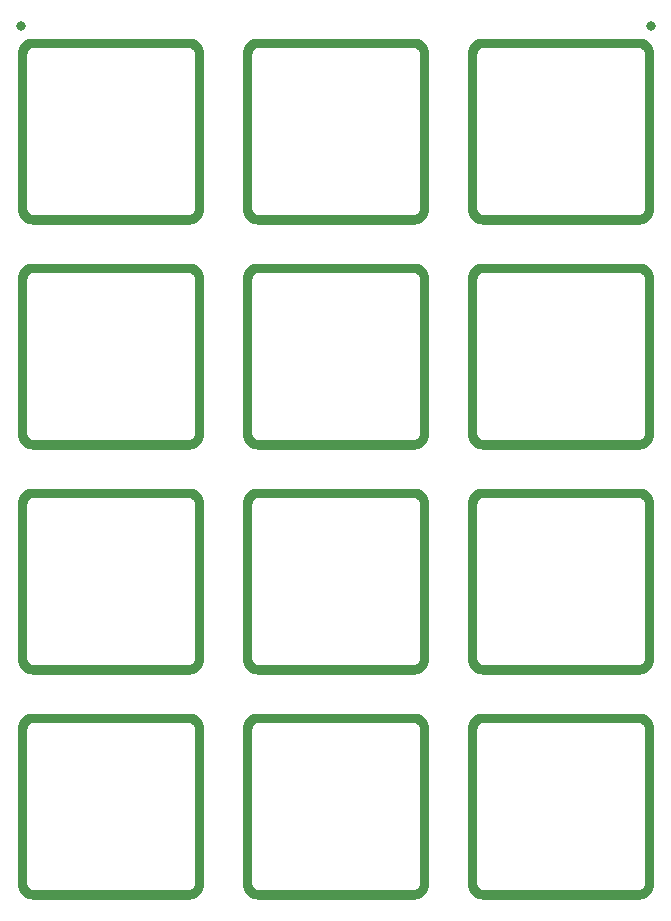
<source format=gbr>
G04 #@! TF.GenerationSoftware,KiCad,Pcbnew,(5.1.4)-1*
G04 #@! TF.CreationDate,2021-01-08T16:05:27-05:00*
G04 #@! TF.ProjectId,plate,706c6174-652e-46b6-9963-61645f706362,rev?*
G04 #@! TF.SameCoordinates,Original*
G04 #@! TF.FileFunction,Copper,L1,Top*
G04 #@! TF.FilePolarity,Positive*
%FSLAX46Y46*%
G04 Gerber Fmt 4.6, Leading zero omitted, Abs format (unit mm)*
G04 Created by KiCad (PCBNEW (5.1.4)-1) date 2021-01-08 16:05:27*
%MOMM*%
%LPD*%
G04 APERTURE LIST*
%ADD10C,0.800000*%
%ADD11C,0.254000*%
G04 APERTURE END LIST*
D10*
X11430000Y8890000D03*
X64770000Y8890000D03*
D11*
G36*
X44902395Y-49420843D02*
G01*
X45094765Y-49472388D01*
X45275260Y-49556555D01*
X45438390Y-49670780D01*
X45579220Y-49811610D01*
X45693445Y-49974740D01*
X45777612Y-50155235D01*
X45829157Y-50347605D01*
X45847000Y-50551548D01*
X45847000Y-63748452D01*
X45829157Y-63952395D01*
X45777612Y-64144765D01*
X45693445Y-64325260D01*
X45579220Y-64488390D01*
X45438390Y-64629220D01*
X45275260Y-64743445D01*
X45094765Y-64827612D01*
X44902395Y-64879157D01*
X44698452Y-64897000D01*
X31501548Y-64897000D01*
X31297605Y-64879157D01*
X31105235Y-64827612D01*
X30924740Y-64743445D01*
X30761610Y-64629220D01*
X30620780Y-64488390D01*
X30506555Y-64325260D01*
X30422388Y-64144765D01*
X30370843Y-63952395D01*
X30353000Y-63748452D01*
X30353000Y-50638853D01*
X30873000Y-50638853D01*
X30873001Y-63661148D01*
X30873968Y-63670962D01*
X30873946Y-63674065D01*
X30874255Y-63677219D01*
X30884456Y-63774267D01*
X30888589Y-63794402D01*
X30892448Y-63814631D01*
X30893364Y-63817665D01*
X30922220Y-63910883D01*
X30930181Y-63929821D01*
X30937900Y-63948928D01*
X30939388Y-63951726D01*
X30985801Y-64037563D01*
X30997302Y-64054615D01*
X31008572Y-64071836D01*
X31010575Y-64074292D01*
X31072777Y-64149480D01*
X31087370Y-64163972D01*
X31101769Y-64178676D01*
X31104205Y-64180691D01*
X31104212Y-64180698D01*
X31104220Y-64180703D01*
X31179832Y-64242372D01*
X31196936Y-64253736D01*
X31213947Y-64265384D01*
X31216735Y-64266891D01*
X31302896Y-64312703D01*
X31321904Y-64320537D01*
X31340826Y-64328647D01*
X31343852Y-64329583D01*
X31343856Y-64329585D01*
X31343860Y-64329586D01*
X31437272Y-64357789D01*
X31457434Y-64361782D01*
X31477581Y-64366064D01*
X31480727Y-64366394D01*
X31480730Y-64366395D01*
X31480733Y-64366395D01*
X31577850Y-64375917D01*
X31577857Y-64375917D01*
X31588852Y-64377000D01*
X44611147Y-64377000D01*
X44620971Y-64376032D01*
X44624064Y-64376054D01*
X44627218Y-64375745D01*
X44724266Y-64365544D01*
X44744401Y-64361411D01*
X44764630Y-64357552D01*
X44767664Y-64356636D01*
X44860882Y-64327780D01*
X44879820Y-64319819D01*
X44898927Y-64312100D01*
X44901725Y-64310612D01*
X44987562Y-64264199D01*
X45004614Y-64252698D01*
X45021835Y-64241428D01*
X45024291Y-64239425D01*
X45099479Y-64177223D01*
X45113971Y-64162630D01*
X45128675Y-64148231D01*
X45130690Y-64145795D01*
X45130697Y-64145788D01*
X45130702Y-64145780D01*
X45192371Y-64070168D01*
X45203735Y-64053064D01*
X45215383Y-64036053D01*
X45216890Y-64033265D01*
X45262702Y-63947104D01*
X45270536Y-63928096D01*
X45278646Y-63909174D01*
X45279583Y-63906146D01*
X45307788Y-63812728D01*
X45311781Y-63792566D01*
X45316063Y-63772419D01*
X45316394Y-63769267D01*
X45325916Y-63672150D01*
X45327000Y-63661148D01*
X45327000Y-50638852D01*
X45326031Y-50629019D01*
X45326053Y-50625936D01*
X45325744Y-50622782D01*
X45315544Y-50525733D01*
X45311405Y-50505574D01*
X45307551Y-50485369D01*
X45306635Y-50482335D01*
X45277779Y-50389116D01*
X45269799Y-50370132D01*
X45262098Y-50351072D01*
X45260616Y-50348284D01*
X45260612Y-50348276D01*
X45260607Y-50348269D01*
X45214198Y-50262436D01*
X45202685Y-50245367D01*
X45191427Y-50228164D01*
X45189424Y-50225708D01*
X45127222Y-50150519D01*
X45112610Y-50136008D01*
X45098230Y-50121324D01*
X45095794Y-50119309D01*
X45095787Y-50119302D01*
X45095779Y-50119297D01*
X45020167Y-50057628D01*
X45003063Y-50046264D01*
X44986052Y-50034616D01*
X44983264Y-50033109D01*
X44897103Y-49987297D01*
X44878095Y-49979463D01*
X44859173Y-49971353D01*
X44856145Y-49970416D01*
X44856147Y-49970416D01*
X44856139Y-49970414D01*
X44762727Y-49942211D01*
X44742565Y-49938218D01*
X44722418Y-49933936D01*
X44719271Y-49933605D01*
X44719267Y-49933605D01*
X44622149Y-49924083D01*
X44622142Y-49924083D01*
X44611147Y-49923000D01*
X31588852Y-49923000D01*
X31579028Y-49923968D01*
X31575936Y-49923946D01*
X31572782Y-49924255D01*
X31475733Y-49934455D01*
X31455574Y-49938594D01*
X31435369Y-49942448D01*
X31432335Y-49943364D01*
X31339116Y-49972220D01*
X31320132Y-49980200D01*
X31301072Y-49987901D01*
X31298284Y-49989383D01*
X31298276Y-49989387D01*
X31298269Y-49989392D01*
X31212436Y-50035801D01*
X31195367Y-50047314D01*
X31178164Y-50058572D01*
X31175708Y-50060575D01*
X31100519Y-50122777D01*
X31086008Y-50137389D01*
X31071324Y-50151769D01*
X31069309Y-50154205D01*
X31069302Y-50154212D01*
X31069297Y-50154220D01*
X31007628Y-50229832D01*
X30996264Y-50246936D01*
X30984616Y-50263947D01*
X30983109Y-50266735D01*
X30937297Y-50352896D01*
X30929463Y-50371904D01*
X30921353Y-50390826D01*
X30920416Y-50393854D01*
X30892211Y-50487272D01*
X30888218Y-50507434D01*
X30883936Y-50527581D01*
X30883605Y-50530732D01*
X30874083Y-50627850D01*
X30874083Y-50627858D01*
X30873000Y-50638853D01*
X30353000Y-50638853D01*
X30353000Y-50551548D01*
X30370843Y-50347605D01*
X30422388Y-50155235D01*
X30506555Y-49974740D01*
X30620780Y-49811610D01*
X30761610Y-49670780D01*
X30924740Y-49556555D01*
X31105235Y-49472388D01*
X31297605Y-49420843D01*
X31501548Y-49403000D01*
X44698452Y-49403000D01*
X44902395Y-49420843D01*
X44902395Y-49420843D01*
G37*
X44902395Y-49420843D02*
X45094765Y-49472388D01*
X45275260Y-49556555D01*
X45438390Y-49670780D01*
X45579220Y-49811610D01*
X45693445Y-49974740D01*
X45777612Y-50155235D01*
X45829157Y-50347605D01*
X45847000Y-50551548D01*
X45847000Y-63748452D01*
X45829157Y-63952395D01*
X45777612Y-64144765D01*
X45693445Y-64325260D01*
X45579220Y-64488390D01*
X45438390Y-64629220D01*
X45275260Y-64743445D01*
X45094765Y-64827612D01*
X44902395Y-64879157D01*
X44698452Y-64897000D01*
X31501548Y-64897000D01*
X31297605Y-64879157D01*
X31105235Y-64827612D01*
X30924740Y-64743445D01*
X30761610Y-64629220D01*
X30620780Y-64488390D01*
X30506555Y-64325260D01*
X30422388Y-64144765D01*
X30370843Y-63952395D01*
X30353000Y-63748452D01*
X30353000Y-50638853D01*
X30873000Y-50638853D01*
X30873001Y-63661148D01*
X30873968Y-63670962D01*
X30873946Y-63674065D01*
X30874255Y-63677219D01*
X30884456Y-63774267D01*
X30888589Y-63794402D01*
X30892448Y-63814631D01*
X30893364Y-63817665D01*
X30922220Y-63910883D01*
X30930181Y-63929821D01*
X30937900Y-63948928D01*
X30939388Y-63951726D01*
X30985801Y-64037563D01*
X30997302Y-64054615D01*
X31008572Y-64071836D01*
X31010575Y-64074292D01*
X31072777Y-64149480D01*
X31087370Y-64163972D01*
X31101769Y-64178676D01*
X31104205Y-64180691D01*
X31104212Y-64180698D01*
X31104220Y-64180703D01*
X31179832Y-64242372D01*
X31196936Y-64253736D01*
X31213947Y-64265384D01*
X31216735Y-64266891D01*
X31302896Y-64312703D01*
X31321904Y-64320537D01*
X31340826Y-64328647D01*
X31343852Y-64329583D01*
X31343856Y-64329585D01*
X31343860Y-64329586D01*
X31437272Y-64357789D01*
X31457434Y-64361782D01*
X31477581Y-64366064D01*
X31480727Y-64366394D01*
X31480730Y-64366395D01*
X31480733Y-64366395D01*
X31577850Y-64375917D01*
X31577857Y-64375917D01*
X31588852Y-64377000D01*
X44611147Y-64377000D01*
X44620971Y-64376032D01*
X44624064Y-64376054D01*
X44627218Y-64375745D01*
X44724266Y-64365544D01*
X44744401Y-64361411D01*
X44764630Y-64357552D01*
X44767664Y-64356636D01*
X44860882Y-64327780D01*
X44879820Y-64319819D01*
X44898927Y-64312100D01*
X44901725Y-64310612D01*
X44987562Y-64264199D01*
X45004614Y-64252698D01*
X45021835Y-64241428D01*
X45024291Y-64239425D01*
X45099479Y-64177223D01*
X45113971Y-64162630D01*
X45128675Y-64148231D01*
X45130690Y-64145795D01*
X45130697Y-64145788D01*
X45130702Y-64145780D01*
X45192371Y-64070168D01*
X45203735Y-64053064D01*
X45215383Y-64036053D01*
X45216890Y-64033265D01*
X45262702Y-63947104D01*
X45270536Y-63928096D01*
X45278646Y-63909174D01*
X45279583Y-63906146D01*
X45307788Y-63812728D01*
X45311781Y-63792566D01*
X45316063Y-63772419D01*
X45316394Y-63769267D01*
X45325916Y-63672150D01*
X45327000Y-63661148D01*
X45327000Y-50638852D01*
X45326031Y-50629019D01*
X45326053Y-50625936D01*
X45325744Y-50622782D01*
X45315544Y-50525733D01*
X45311405Y-50505574D01*
X45307551Y-50485369D01*
X45306635Y-50482335D01*
X45277779Y-50389116D01*
X45269799Y-50370132D01*
X45262098Y-50351072D01*
X45260616Y-50348284D01*
X45260612Y-50348276D01*
X45260607Y-50348269D01*
X45214198Y-50262436D01*
X45202685Y-50245367D01*
X45191427Y-50228164D01*
X45189424Y-50225708D01*
X45127222Y-50150519D01*
X45112610Y-50136008D01*
X45098230Y-50121324D01*
X45095794Y-50119309D01*
X45095787Y-50119302D01*
X45095779Y-50119297D01*
X45020167Y-50057628D01*
X45003063Y-50046264D01*
X44986052Y-50034616D01*
X44983264Y-50033109D01*
X44897103Y-49987297D01*
X44878095Y-49979463D01*
X44859173Y-49971353D01*
X44856145Y-49970416D01*
X44856147Y-49970416D01*
X44856139Y-49970414D01*
X44762727Y-49942211D01*
X44742565Y-49938218D01*
X44722418Y-49933936D01*
X44719271Y-49933605D01*
X44719267Y-49933605D01*
X44622149Y-49924083D01*
X44622142Y-49924083D01*
X44611147Y-49923000D01*
X31588852Y-49923000D01*
X31579028Y-49923968D01*
X31575936Y-49923946D01*
X31572782Y-49924255D01*
X31475733Y-49934455D01*
X31455574Y-49938594D01*
X31435369Y-49942448D01*
X31432335Y-49943364D01*
X31339116Y-49972220D01*
X31320132Y-49980200D01*
X31301072Y-49987901D01*
X31298284Y-49989383D01*
X31298276Y-49989387D01*
X31298269Y-49989392D01*
X31212436Y-50035801D01*
X31195367Y-50047314D01*
X31178164Y-50058572D01*
X31175708Y-50060575D01*
X31100519Y-50122777D01*
X31086008Y-50137389D01*
X31071324Y-50151769D01*
X31069309Y-50154205D01*
X31069302Y-50154212D01*
X31069297Y-50154220D01*
X31007628Y-50229832D01*
X30996264Y-50246936D01*
X30984616Y-50263947D01*
X30983109Y-50266735D01*
X30937297Y-50352896D01*
X30929463Y-50371904D01*
X30921353Y-50390826D01*
X30920416Y-50393854D01*
X30892211Y-50487272D01*
X30888218Y-50507434D01*
X30883936Y-50527581D01*
X30883605Y-50530732D01*
X30874083Y-50627850D01*
X30874083Y-50627858D01*
X30873000Y-50638853D01*
X30353000Y-50638853D01*
X30353000Y-50551548D01*
X30370843Y-50347605D01*
X30422388Y-50155235D01*
X30506555Y-49974740D01*
X30620780Y-49811610D01*
X30761610Y-49670780D01*
X30924740Y-49556555D01*
X31105235Y-49472388D01*
X31297605Y-49420843D01*
X31501548Y-49403000D01*
X44698452Y-49403000D01*
X44902395Y-49420843D01*
G36*
X25852395Y-30370843D02*
G01*
X26044765Y-30422388D01*
X26225260Y-30506555D01*
X26388390Y-30620780D01*
X26529220Y-30761610D01*
X26643445Y-30924740D01*
X26727612Y-31105235D01*
X26779157Y-31297605D01*
X26797000Y-31501548D01*
X26797000Y-44698452D01*
X26779157Y-44902395D01*
X26727612Y-45094765D01*
X26643445Y-45275260D01*
X26529220Y-45438390D01*
X26388390Y-45579220D01*
X26225260Y-45693445D01*
X26044765Y-45777612D01*
X25852395Y-45829157D01*
X25648452Y-45847000D01*
X12451548Y-45847000D01*
X12247605Y-45829157D01*
X12055235Y-45777612D01*
X11874740Y-45693445D01*
X11711610Y-45579220D01*
X11570780Y-45438390D01*
X11456555Y-45275260D01*
X11372388Y-45094765D01*
X11320843Y-44902395D01*
X11303000Y-44698452D01*
X11303000Y-31588853D01*
X11823000Y-31588853D01*
X11823001Y-44611147D01*
X11823968Y-44620961D01*
X11823946Y-44624064D01*
X11824255Y-44627218D01*
X11834456Y-44724266D01*
X11838589Y-44744401D01*
X11842448Y-44764630D01*
X11843364Y-44767664D01*
X11872220Y-44860882D01*
X11880181Y-44879820D01*
X11887900Y-44898927D01*
X11889388Y-44901725D01*
X11935801Y-44987562D01*
X11947302Y-45004614D01*
X11958572Y-45021835D01*
X11960575Y-45024291D01*
X12022777Y-45099479D01*
X12037370Y-45113971D01*
X12051769Y-45128675D01*
X12054205Y-45130690D01*
X12054212Y-45130697D01*
X12054220Y-45130702D01*
X12129832Y-45192371D01*
X12146936Y-45203735D01*
X12163947Y-45215383D01*
X12166735Y-45216890D01*
X12252896Y-45262702D01*
X12271904Y-45270536D01*
X12290826Y-45278646D01*
X12293852Y-45279582D01*
X12293856Y-45279584D01*
X12293860Y-45279585D01*
X12387272Y-45307788D01*
X12407434Y-45311781D01*
X12427581Y-45316063D01*
X12430727Y-45316393D01*
X12430730Y-45316394D01*
X12430733Y-45316394D01*
X12527047Y-45325837D01*
X12538852Y-45327000D01*
X25561148Y-45327000D01*
X25570981Y-45326031D01*
X25574065Y-45326053D01*
X25577219Y-45325744D01*
X25674267Y-45315543D01*
X25694402Y-45311410D01*
X25714631Y-45307551D01*
X25717665Y-45306635D01*
X25810883Y-45277779D01*
X25829821Y-45269818D01*
X25848928Y-45262099D01*
X25851726Y-45260611D01*
X25937563Y-45214198D01*
X25954615Y-45202697D01*
X25971836Y-45191427D01*
X25974292Y-45189424D01*
X26049480Y-45127222D01*
X26063972Y-45112629D01*
X26078676Y-45098230D01*
X26080691Y-45095794D01*
X26080698Y-45095787D01*
X26080703Y-45095779D01*
X26142372Y-45020167D01*
X26153736Y-45003063D01*
X26165384Y-44986052D01*
X26166891Y-44983264D01*
X26212703Y-44897103D01*
X26220537Y-44878095D01*
X26228647Y-44859173D01*
X26229584Y-44856145D01*
X26257789Y-44762727D01*
X26261782Y-44742565D01*
X26266064Y-44722418D01*
X26266395Y-44719266D01*
X26275917Y-44622149D01*
X26275917Y-44622142D01*
X26277000Y-44611147D01*
X26277000Y-31588852D01*
X26276032Y-31579028D01*
X26276054Y-31575936D01*
X26275745Y-31572782D01*
X26265545Y-31475733D01*
X26261406Y-31455574D01*
X26257552Y-31435369D01*
X26256636Y-31432335D01*
X26227780Y-31339116D01*
X26219800Y-31320132D01*
X26212099Y-31301072D01*
X26210617Y-31298284D01*
X26210613Y-31298276D01*
X26210608Y-31298269D01*
X26164199Y-31212436D01*
X26152686Y-31195367D01*
X26141428Y-31178164D01*
X26139425Y-31175708D01*
X26077223Y-31100519D01*
X26062611Y-31086008D01*
X26048231Y-31071324D01*
X26045795Y-31069309D01*
X26045788Y-31069302D01*
X26045780Y-31069297D01*
X25970168Y-31007628D01*
X25953064Y-30996264D01*
X25936053Y-30984616D01*
X25933265Y-30983109D01*
X25847104Y-30937297D01*
X25828096Y-30929463D01*
X25809174Y-30921353D01*
X25806146Y-30920416D01*
X25806148Y-30920416D01*
X25806140Y-30920414D01*
X25712728Y-30892211D01*
X25692566Y-30888218D01*
X25672419Y-30883936D01*
X25669272Y-30883605D01*
X25669268Y-30883605D01*
X25572150Y-30874083D01*
X25572143Y-30874083D01*
X25561148Y-30873000D01*
X12538852Y-30873000D01*
X12529028Y-30873968D01*
X12525936Y-30873946D01*
X12522782Y-30874255D01*
X12425733Y-30884455D01*
X12405574Y-30888594D01*
X12385369Y-30892448D01*
X12382335Y-30893364D01*
X12289116Y-30922220D01*
X12270132Y-30930200D01*
X12251072Y-30937901D01*
X12248284Y-30939383D01*
X12248276Y-30939387D01*
X12248269Y-30939392D01*
X12162436Y-30985801D01*
X12145367Y-30997314D01*
X12128164Y-31008572D01*
X12125708Y-31010575D01*
X12050519Y-31072777D01*
X12036008Y-31087389D01*
X12021324Y-31101769D01*
X12019309Y-31104205D01*
X12019302Y-31104212D01*
X12019297Y-31104220D01*
X11957628Y-31179832D01*
X11946264Y-31196936D01*
X11934616Y-31213947D01*
X11933109Y-31216735D01*
X11887297Y-31302896D01*
X11879463Y-31321904D01*
X11871353Y-31340826D01*
X11870416Y-31343854D01*
X11842211Y-31437272D01*
X11838218Y-31457434D01*
X11833936Y-31477581D01*
X11833605Y-31480732D01*
X11824083Y-31577850D01*
X11824083Y-31577858D01*
X11823000Y-31588853D01*
X11303000Y-31588853D01*
X11303000Y-31501548D01*
X11320843Y-31297605D01*
X11372388Y-31105235D01*
X11456555Y-30924740D01*
X11570780Y-30761610D01*
X11711610Y-30620780D01*
X11874740Y-30506555D01*
X12055235Y-30422388D01*
X12247605Y-30370843D01*
X12451548Y-30353000D01*
X25648452Y-30353000D01*
X25852395Y-30370843D01*
X25852395Y-30370843D01*
G37*
X25852395Y-30370843D02*
X26044765Y-30422388D01*
X26225260Y-30506555D01*
X26388390Y-30620780D01*
X26529220Y-30761610D01*
X26643445Y-30924740D01*
X26727612Y-31105235D01*
X26779157Y-31297605D01*
X26797000Y-31501548D01*
X26797000Y-44698452D01*
X26779157Y-44902395D01*
X26727612Y-45094765D01*
X26643445Y-45275260D01*
X26529220Y-45438390D01*
X26388390Y-45579220D01*
X26225260Y-45693445D01*
X26044765Y-45777612D01*
X25852395Y-45829157D01*
X25648452Y-45847000D01*
X12451548Y-45847000D01*
X12247605Y-45829157D01*
X12055235Y-45777612D01*
X11874740Y-45693445D01*
X11711610Y-45579220D01*
X11570780Y-45438390D01*
X11456555Y-45275260D01*
X11372388Y-45094765D01*
X11320843Y-44902395D01*
X11303000Y-44698452D01*
X11303000Y-31588853D01*
X11823000Y-31588853D01*
X11823001Y-44611147D01*
X11823968Y-44620961D01*
X11823946Y-44624064D01*
X11824255Y-44627218D01*
X11834456Y-44724266D01*
X11838589Y-44744401D01*
X11842448Y-44764630D01*
X11843364Y-44767664D01*
X11872220Y-44860882D01*
X11880181Y-44879820D01*
X11887900Y-44898927D01*
X11889388Y-44901725D01*
X11935801Y-44987562D01*
X11947302Y-45004614D01*
X11958572Y-45021835D01*
X11960575Y-45024291D01*
X12022777Y-45099479D01*
X12037370Y-45113971D01*
X12051769Y-45128675D01*
X12054205Y-45130690D01*
X12054212Y-45130697D01*
X12054220Y-45130702D01*
X12129832Y-45192371D01*
X12146936Y-45203735D01*
X12163947Y-45215383D01*
X12166735Y-45216890D01*
X12252896Y-45262702D01*
X12271904Y-45270536D01*
X12290826Y-45278646D01*
X12293852Y-45279582D01*
X12293856Y-45279584D01*
X12293860Y-45279585D01*
X12387272Y-45307788D01*
X12407434Y-45311781D01*
X12427581Y-45316063D01*
X12430727Y-45316393D01*
X12430730Y-45316394D01*
X12430733Y-45316394D01*
X12527047Y-45325837D01*
X12538852Y-45327000D01*
X25561148Y-45327000D01*
X25570981Y-45326031D01*
X25574065Y-45326053D01*
X25577219Y-45325744D01*
X25674267Y-45315543D01*
X25694402Y-45311410D01*
X25714631Y-45307551D01*
X25717665Y-45306635D01*
X25810883Y-45277779D01*
X25829821Y-45269818D01*
X25848928Y-45262099D01*
X25851726Y-45260611D01*
X25937563Y-45214198D01*
X25954615Y-45202697D01*
X25971836Y-45191427D01*
X25974292Y-45189424D01*
X26049480Y-45127222D01*
X26063972Y-45112629D01*
X26078676Y-45098230D01*
X26080691Y-45095794D01*
X26080698Y-45095787D01*
X26080703Y-45095779D01*
X26142372Y-45020167D01*
X26153736Y-45003063D01*
X26165384Y-44986052D01*
X26166891Y-44983264D01*
X26212703Y-44897103D01*
X26220537Y-44878095D01*
X26228647Y-44859173D01*
X26229584Y-44856145D01*
X26257789Y-44762727D01*
X26261782Y-44742565D01*
X26266064Y-44722418D01*
X26266395Y-44719266D01*
X26275917Y-44622149D01*
X26275917Y-44622142D01*
X26277000Y-44611147D01*
X26277000Y-31588852D01*
X26276032Y-31579028D01*
X26276054Y-31575936D01*
X26275745Y-31572782D01*
X26265545Y-31475733D01*
X26261406Y-31455574D01*
X26257552Y-31435369D01*
X26256636Y-31432335D01*
X26227780Y-31339116D01*
X26219800Y-31320132D01*
X26212099Y-31301072D01*
X26210617Y-31298284D01*
X26210613Y-31298276D01*
X26210608Y-31298269D01*
X26164199Y-31212436D01*
X26152686Y-31195367D01*
X26141428Y-31178164D01*
X26139425Y-31175708D01*
X26077223Y-31100519D01*
X26062611Y-31086008D01*
X26048231Y-31071324D01*
X26045795Y-31069309D01*
X26045788Y-31069302D01*
X26045780Y-31069297D01*
X25970168Y-31007628D01*
X25953064Y-30996264D01*
X25936053Y-30984616D01*
X25933265Y-30983109D01*
X25847104Y-30937297D01*
X25828096Y-30929463D01*
X25809174Y-30921353D01*
X25806146Y-30920416D01*
X25806148Y-30920416D01*
X25806140Y-30920414D01*
X25712728Y-30892211D01*
X25692566Y-30888218D01*
X25672419Y-30883936D01*
X25669272Y-30883605D01*
X25669268Y-30883605D01*
X25572150Y-30874083D01*
X25572143Y-30874083D01*
X25561148Y-30873000D01*
X12538852Y-30873000D01*
X12529028Y-30873968D01*
X12525936Y-30873946D01*
X12522782Y-30874255D01*
X12425733Y-30884455D01*
X12405574Y-30888594D01*
X12385369Y-30892448D01*
X12382335Y-30893364D01*
X12289116Y-30922220D01*
X12270132Y-30930200D01*
X12251072Y-30937901D01*
X12248284Y-30939383D01*
X12248276Y-30939387D01*
X12248269Y-30939392D01*
X12162436Y-30985801D01*
X12145367Y-30997314D01*
X12128164Y-31008572D01*
X12125708Y-31010575D01*
X12050519Y-31072777D01*
X12036008Y-31087389D01*
X12021324Y-31101769D01*
X12019309Y-31104205D01*
X12019302Y-31104212D01*
X12019297Y-31104220D01*
X11957628Y-31179832D01*
X11946264Y-31196936D01*
X11934616Y-31213947D01*
X11933109Y-31216735D01*
X11887297Y-31302896D01*
X11879463Y-31321904D01*
X11871353Y-31340826D01*
X11870416Y-31343854D01*
X11842211Y-31437272D01*
X11838218Y-31457434D01*
X11833936Y-31477581D01*
X11833605Y-31480732D01*
X11824083Y-31577850D01*
X11824083Y-31577858D01*
X11823000Y-31588853D01*
X11303000Y-31588853D01*
X11303000Y-31501548D01*
X11320843Y-31297605D01*
X11372388Y-31105235D01*
X11456555Y-30924740D01*
X11570780Y-30761610D01*
X11711610Y-30620780D01*
X11874740Y-30506555D01*
X12055235Y-30422388D01*
X12247605Y-30370843D01*
X12451548Y-30353000D01*
X25648452Y-30353000D01*
X25852395Y-30370843D01*
G36*
X44902395Y-30370843D02*
G01*
X45094765Y-30422388D01*
X45275260Y-30506555D01*
X45438390Y-30620780D01*
X45579220Y-30761610D01*
X45693445Y-30924740D01*
X45777612Y-31105235D01*
X45829157Y-31297605D01*
X45847000Y-31501548D01*
X45847000Y-44698452D01*
X45829157Y-44902395D01*
X45777612Y-45094765D01*
X45693445Y-45275260D01*
X45579220Y-45438390D01*
X45438390Y-45579220D01*
X45275260Y-45693445D01*
X45094765Y-45777612D01*
X44902395Y-45829157D01*
X44698452Y-45847000D01*
X31501548Y-45847000D01*
X31297605Y-45829157D01*
X31105235Y-45777612D01*
X30924740Y-45693445D01*
X30761610Y-45579220D01*
X30620780Y-45438390D01*
X30506555Y-45275260D01*
X30422388Y-45094765D01*
X30370843Y-44902395D01*
X30353000Y-44698452D01*
X30353000Y-31588853D01*
X30873000Y-31588853D01*
X30873001Y-44611147D01*
X30873968Y-44620961D01*
X30873946Y-44624064D01*
X30874255Y-44627218D01*
X30884456Y-44724266D01*
X30888589Y-44744401D01*
X30892448Y-44764630D01*
X30893364Y-44767664D01*
X30922220Y-44860882D01*
X30930181Y-44879820D01*
X30937900Y-44898927D01*
X30939388Y-44901725D01*
X30985801Y-44987562D01*
X30997302Y-45004614D01*
X31008572Y-45021835D01*
X31010575Y-45024291D01*
X31072777Y-45099479D01*
X31087370Y-45113971D01*
X31101769Y-45128675D01*
X31104205Y-45130690D01*
X31104212Y-45130697D01*
X31104220Y-45130702D01*
X31179832Y-45192371D01*
X31196936Y-45203735D01*
X31213947Y-45215383D01*
X31216735Y-45216890D01*
X31302896Y-45262702D01*
X31321904Y-45270536D01*
X31340826Y-45278646D01*
X31343852Y-45279582D01*
X31343856Y-45279584D01*
X31343860Y-45279585D01*
X31437272Y-45307788D01*
X31457434Y-45311781D01*
X31477581Y-45316063D01*
X31480727Y-45316393D01*
X31480730Y-45316394D01*
X31480733Y-45316394D01*
X31577047Y-45325837D01*
X31588852Y-45327000D01*
X44611147Y-45327000D01*
X44620980Y-45326031D01*
X44624064Y-45326053D01*
X44627218Y-45325744D01*
X44724266Y-45315543D01*
X44744401Y-45311410D01*
X44764630Y-45307551D01*
X44767664Y-45306635D01*
X44860882Y-45277779D01*
X44879820Y-45269818D01*
X44898927Y-45262099D01*
X44901725Y-45260611D01*
X44987562Y-45214198D01*
X45004614Y-45202697D01*
X45021835Y-45191427D01*
X45024291Y-45189424D01*
X45099479Y-45127222D01*
X45113971Y-45112629D01*
X45128675Y-45098230D01*
X45130690Y-45095794D01*
X45130697Y-45095787D01*
X45130702Y-45095779D01*
X45192371Y-45020167D01*
X45203735Y-45003063D01*
X45215383Y-44986052D01*
X45216890Y-44983264D01*
X45262702Y-44897103D01*
X45270536Y-44878095D01*
X45278646Y-44859173D01*
X45279583Y-44856145D01*
X45307788Y-44762727D01*
X45311781Y-44742565D01*
X45316063Y-44722418D01*
X45316394Y-44719266D01*
X45325916Y-44622149D01*
X45327000Y-44611147D01*
X45327000Y-31588852D01*
X45326031Y-31579019D01*
X45326053Y-31575936D01*
X45325744Y-31572782D01*
X45315544Y-31475733D01*
X45311405Y-31455574D01*
X45307551Y-31435369D01*
X45306635Y-31432335D01*
X45277779Y-31339116D01*
X45269799Y-31320132D01*
X45262098Y-31301072D01*
X45260616Y-31298284D01*
X45260612Y-31298276D01*
X45260607Y-31298269D01*
X45214198Y-31212436D01*
X45202685Y-31195367D01*
X45191427Y-31178164D01*
X45189424Y-31175708D01*
X45127222Y-31100519D01*
X45112610Y-31086008D01*
X45098230Y-31071324D01*
X45095794Y-31069309D01*
X45095787Y-31069302D01*
X45095779Y-31069297D01*
X45020167Y-31007628D01*
X45003063Y-30996264D01*
X44986052Y-30984616D01*
X44983264Y-30983109D01*
X44897103Y-30937297D01*
X44878095Y-30929463D01*
X44859173Y-30921353D01*
X44856145Y-30920416D01*
X44856147Y-30920416D01*
X44856139Y-30920414D01*
X44762727Y-30892211D01*
X44742565Y-30888218D01*
X44722418Y-30883936D01*
X44719271Y-30883605D01*
X44719267Y-30883605D01*
X44622149Y-30874083D01*
X44622142Y-30874083D01*
X44611147Y-30873000D01*
X31588852Y-30873000D01*
X31579028Y-30873968D01*
X31575936Y-30873946D01*
X31572782Y-30874255D01*
X31475733Y-30884455D01*
X31455574Y-30888594D01*
X31435369Y-30892448D01*
X31432335Y-30893364D01*
X31339116Y-30922220D01*
X31320132Y-30930200D01*
X31301072Y-30937901D01*
X31298284Y-30939383D01*
X31298276Y-30939387D01*
X31298269Y-30939392D01*
X31212436Y-30985801D01*
X31195367Y-30997314D01*
X31178164Y-31008572D01*
X31175708Y-31010575D01*
X31100519Y-31072777D01*
X31086008Y-31087389D01*
X31071324Y-31101769D01*
X31069309Y-31104205D01*
X31069302Y-31104212D01*
X31069297Y-31104220D01*
X31007628Y-31179832D01*
X30996264Y-31196936D01*
X30984616Y-31213947D01*
X30983109Y-31216735D01*
X30937297Y-31302896D01*
X30929463Y-31321904D01*
X30921353Y-31340826D01*
X30920416Y-31343854D01*
X30892211Y-31437272D01*
X30888218Y-31457434D01*
X30883936Y-31477581D01*
X30883605Y-31480732D01*
X30874083Y-31577850D01*
X30874083Y-31577858D01*
X30873000Y-31588853D01*
X30353000Y-31588853D01*
X30353000Y-31501548D01*
X30370843Y-31297605D01*
X30422388Y-31105235D01*
X30506555Y-30924740D01*
X30620780Y-30761610D01*
X30761610Y-30620780D01*
X30924740Y-30506555D01*
X31105235Y-30422388D01*
X31297605Y-30370843D01*
X31501548Y-30353000D01*
X44698452Y-30353000D01*
X44902395Y-30370843D01*
X44902395Y-30370843D01*
G37*
X44902395Y-30370843D02*
X45094765Y-30422388D01*
X45275260Y-30506555D01*
X45438390Y-30620780D01*
X45579220Y-30761610D01*
X45693445Y-30924740D01*
X45777612Y-31105235D01*
X45829157Y-31297605D01*
X45847000Y-31501548D01*
X45847000Y-44698452D01*
X45829157Y-44902395D01*
X45777612Y-45094765D01*
X45693445Y-45275260D01*
X45579220Y-45438390D01*
X45438390Y-45579220D01*
X45275260Y-45693445D01*
X45094765Y-45777612D01*
X44902395Y-45829157D01*
X44698452Y-45847000D01*
X31501548Y-45847000D01*
X31297605Y-45829157D01*
X31105235Y-45777612D01*
X30924740Y-45693445D01*
X30761610Y-45579220D01*
X30620780Y-45438390D01*
X30506555Y-45275260D01*
X30422388Y-45094765D01*
X30370843Y-44902395D01*
X30353000Y-44698452D01*
X30353000Y-31588853D01*
X30873000Y-31588853D01*
X30873001Y-44611147D01*
X30873968Y-44620961D01*
X30873946Y-44624064D01*
X30874255Y-44627218D01*
X30884456Y-44724266D01*
X30888589Y-44744401D01*
X30892448Y-44764630D01*
X30893364Y-44767664D01*
X30922220Y-44860882D01*
X30930181Y-44879820D01*
X30937900Y-44898927D01*
X30939388Y-44901725D01*
X30985801Y-44987562D01*
X30997302Y-45004614D01*
X31008572Y-45021835D01*
X31010575Y-45024291D01*
X31072777Y-45099479D01*
X31087370Y-45113971D01*
X31101769Y-45128675D01*
X31104205Y-45130690D01*
X31104212Y-45130697D01*
X31104220Y-45130702D01*
X31179832Y-45192371D01*
X31196936Y-45203735D01*
X31213947Y-45215383D01*
X31216735Y-45216890D01*
X31302896Y-45262702D01*
X31321904Y-45270536D01*
X31340826Y-45278646D01*
X31343852Y-45279582D01*
X31343856Y-45279584D01*
X31343860Y-45279585D01*
X31437272Y-45307788D01*
X31457434Y-45311781D01*
X31477581Y-45316063D01*
X31480727Y-45316393D01*
X31480730Y-45316394D01*
X31480733Y-45316394D01*
X31577047Y-45325837D01*
X31588852Y-45327000D01*
X44611147Y-45327000D01*
X44620980Y-45326031D01*
X44624064Y-45326053D01*
X44627218Y-45325744D01*
X44724266Y-45315543D01*
X44744401Y-45311410D01*
X44764630Y-45307551D01*
X44767664Y-45306635D01*
X44860882Y-45277779D01*
X44879820Y-45269818D01*
X44898927Y-45262099D01*
X44901725Y-45260611D01*
X44987562Y-45214198D01*
X45004614Y-45202697D01*
X45021835Y-45191427D01*
X45024291Y-45189424D01*
X45099479Y-45127222D01*
X45113971Y-45112629D01*
X45128675Y-45098230D01*
X45130690Y-45095794D01*
X45130697Y-45095787D01*
X45130702Y-45095779D01*
X45192371Y-45020167D01*
X45203735Y-45003063D01*
X45215383Y-44986052D01*
X45216890Y-44983264D01*
X45262702Y-44897103D01*
X45270536Y-44878095D01*
X45278646Y-44859173D01*
X45279583Y-44856145D01*
X45307788Y-44762727D01*
X45311781Y-44742565D01*
X45316063Y-44722418D01*
X45316394Y-44719266D01*
X45325916Y-44622149D01*
X45327000Y-44611147D01*
X45327000Y-31588852D01*
X45326031Y-31579019D01*
X45326053Y-31575936D01*
X45325744Y-31572782D01*
X45315544Y-31475733D01*
X45311405Y-31455574D01*
X45307551Y-31435369D01*
X45306635Y-31432335D01*
X45277779Y-31339116D01*
X45269799Y-31320132D01*
X45262098Y-31301072D01*
X45260616Y-31298284D01*
X45260612Y-31298276D01*
X45260607Y-31298269D01*
X45214198Y-31212436D01*
X45202685Y-31195367D01*
X45191427Y-31178164D01*
X45189424Y-31175708D01*
X45127222Y-31100519D01*
X45112610Y-31086008D01*
X45098230Y-31071324D01*
X45095794Y-31069309D01*
X45095787Y-31069302D01*
X45095779Y-31069297D01*
X45020167Y-31007628D01*
X45003063Y-30996264D01*
X44986052Y-30984616D01*
X44983264Y-30983109D01*
X44897103Y-30937297D01*
X44878095Y-30929463D01*
X44859173Y-30921353D01*
X44856145Y-30920416D01*
X44856147Y-30920416D01*
X44856139Y-30920414D01*
X44762727Y-30892211D01*
X44742565Y-30888218D01*
X44722418Y-30883936D01*
X44719271Y-30883605D01*
X44719267Y-30883605D01*
X44622149Y-30874083D01*
X44622142Y-30874083D01*
X44611147Y-30873000D01*
X31588852Y-30873000D01*
X31579028Y-30873968D01*
X31575936Y-30873946D01*
X31572782Y-30874255D01*
X31475733Y-30884455D01*
X31455574Y-30888594D01*
X31435369Y-30892448D01*
X31432335Y-30893364D01*
X31339116Y-30922220D01*
X31320132Y-30930200D01*
X31301072Y-30937901D01*
X31298284Y-30939383D01*
X31298276Y-30939387D01*
X31298269Y-30939392D01*
X31212436Y-30985801D01*
X31195367Y-30997314D01*
X31178164Y-31008572D01*
X31175708Y-31010575D01*
X31100519Y-31072777D01*
X31086008Y-31087389D01*
X31071324Y-31101769D01*
X31069309Y-31104205D01*
X31069302Y-31104212D01*
X31069297Y-31104220D01*
X31007628Y-31179832D01*
X30996264Y-31196936D01*
X30984616Y-31213947D01*
X30983109Y-31216735D01*
X30937297Y-31302896D01*
X30929463Y-31321904D01*
X30921353Y-31340826D01*
X30920416Y-31343854D01*
X30892211Y-31437272D01*
X30888218Y-31457434D01*
X30883936Y-31477581D01*
X30883605Y-31480732D01*
X30874083Y-31577850D01*
X30874083Y-31577858D01*
X30873000Y-31588853D01*
X30353000Y-31588853D01*
X30353000Y-31501548D01*
X30370843Y-31297605D01*
X30422388Y-31105235D01*
X30506555Y-30924740D01*
X30620780Y-30761610D01*
X30761610Y-30620780D01*
X30924740Y-30506555D01*
X31105235Y-30422388D01*
X31297605Y-30370843D01*
X31501548Y-30353000D01*
X44698452Y-30353000D01*
X44902395Y-30370843D01*
G36*
X63952395Y-30370843D02*
G01*
X64144765Y-30422388D01*
X64325260Y-30506555D01*
X64488390Y-30620780D01*
X64629220Y-30761610D01*
X64743445Y-30924740D01*
X64827612Y-31105235D01*
X64879157Y-31297605D01*
X64897000Y-31501548D01*
X64897000Y-44698452D01*
X64879157Y-44902395D01*
X64827612Y-45094765D01*
X64743445Y-45275260D01*
X64629220Y-45438390D01*
X64488390Y-45579220D01*
X64325260Y-45693445D01*
X64144765Y-45777612D01*
X63952395Y-45829157D01*
X63748452Y-45847000D01*
X50551548Y-45847000D01*
X50347605Y-45829157D01*
X50155235Y-45777612D01*
X49974740Y-45693445D01*
X49811610Y-45579220D01*
X49670780Y-45438390D01*
X49556555Y-45275260D01*
X49472388Y-45094765D01*
X49420843Y-44902395D01*
X49403000Y-44698452D01*
X49403000Y-31588853D01*
X49923000Y-31588853D01*
X49923001Y-44611147D01*
X49923968Y-44620961D01*
X49923946Y-44624064D01*
X49924255Y-44627218D01*
X49934456Y-44724266D01*
X49938589Y-44744401D01*
X49942448Y-44764630D01*
X49943364Y-44767664D01*
X49972220Y-44860882D01*
X49980181Y-44879820D01*
X49987900Y-44898927D01*
X49989388Y-44901725D01*
X50035801Y-44987562D01*
X50047302Y-45004614D01*
X50058572Y-45021835D01*
X50060575Y-45024291D01*
X50122777Y-45099479D01*
X50137370Y-45113971D01*
X50151769Y-45128675D01*
X50154205Y-45130690D01*
X50154212Y-45130697D01*
X50154220Y-45130702D01*
X50229832Y-45192371D01*
X50246936Y-45203735D01*
X50263947Y-45215383D01*
X50266735Y-45216890D01*
X50352896Y-45262702D01*
X50371904Y-45270536D01*
X50390826Y-45278646D01*
X50393852Y-45279582D01*
X50393856Y-45279584D01*
X50393860Y-45279585D01*
X50487272Y-45307788D01*
X50507434Y-45311781D01*
X50527581Y-45316063D01*
X50530727Y-45316393D01*
X50530730Y-45316394D01*
X50530733Y-45316394D01*
X50627047Y-45325837D01*
X50638852Y-45327000D01*
X63661148Y-45327000D01*
X63670981Y-45326031D01*
X63674065Y-45326053D01*
X63677219Y-45325744D01*
X63774267Y-45315543D01*
X63794402Y-45311410D01*
X63814631Y-45307551D01*
X63817665Y-45306635D01*
X63910883Y-45277779D01*
X63929821Y-45269818D01*
X63948928Y-45262099D01*
X63951726Y-45260611D01*
X64037563Y-45214198D01*
X64054615Y-45202697D01*
X64071836Y-45191427D01*
X64074292Y-45189424D01*
X64149480Y-45127222D01*
X64163972Y-45112629D01*
X64178676Y-45098230D01*
X64180691Y-45095794D01*
X64180698Y-45095787D01*
X64180703Y-45095779D01*
X64242372Y-45020167D01*
X64253736Y-45003063D01*
X64265384Y-44986052D01*
X64266891Y-44983264D01*
X64312703Y-44897103D01*
X64320537Y-44878095D01*
X64328647Y-44859173D01*
X64329584Y-44856145D01*
X64357789Y-44762727D01*
X64361782Y-44742565D01*
X64366064Y-44722418D01*
X64366395Y-44719266D01*
X64375917Y-44622149D01*
X64375917Y-44622142D01*
X64377000Y-44611147D01*
X64377000Y-31588852D01*
X64376032Y-31579028D01*
X64376054Y-31575936D01*
X64375745Y-31572782D01*
X64365545Y-31475733D01*
X64361406Y-31455574D01*
X64357552Y-31435369D01*
X64356636Y-31432335D01*
X64327780Y-31339116D01*
X64319800Y-31320132D01*
X64312099Y-31301072D01*
X64310617Y-31298284D01*
X64310613Y-31298276D01*
X64310608Y-31298269D01*
X64264199Y-31212436D01*
X64252686Y-31195367D01*
X64241428Y-31178164D01*
X64239425Y-31175708D01*
X64177223Y-31100519D01*
X64162611Y-31086008D01*
X64148231Y-31071324D01*
X64145795Y-31069309D01*
X64145788Y-31069302D01*
X64145780Y-31069297D01*
X64070168Y-31007628D01*
X64053064Y-30996264D01*
X64036053Y-30984616D01*
X64033265Y-30983109D01*
X63947104Y-30937297D01*
X63928096Y-30929463D01*
X63909174Y-30921353D01*
X63906146Y-30920416D01*
X63906148Y-30920416D01*
X63906140Y-30920414D01*
X63812728Y-30892211D01*
X63792566Y-30888218D01*
X63772419Y-30883936D01*
X63769272Y-30883605D01*
X63769268Y-30883605D01*
X63672150Y-30874083D01*
X63672143Y-30874083D01*
X63661148Y-30873000D01*
X50638852Y-30873000D01*
X50629028Y-30873968D01*
X50625936Y-30873946D01*
X50622782Y-30874255D01*
X50525733Y-30884455D01*
X50505574Y-30888594D01*
X50485369Y-30892448D01*
X50482335Y-30893364D01*
X50389116Y-30922220D01*
X50370132Y-30930200D01*
X50351072Y-30937901D01*
X50348284Y-30939383D01*
X50348276Y-30939387D01*
X50348269Y-30939392D01*
X50262436Y-30985801D01*
X50245367Y-30997314D01*
X50228164Y-31008572D01*
X50225708Y-31010575D01*
X50150519Y-31072777D01*
X50136008Y-31087389D01*
X50121324Y-31101769D01*
X50119309Y-31104205D01*
X50119302Y-31104212D01*
X50119297Y-31104220D01*
X50057628Y-31179832D01*
X50046264Y-31196936D01*
X50034616Y-31213947D01*
X50033109Y-31216735D01*
X49987297Y-31302896D01*
X49979463Y-31321904D01*
X49971353Y-31340826D01*
X49970416Y-31343854D01*
X49942211Y-31437272D01*
X49938218Y-31457434D01*
X49933936Y-31477581D01*
X49933605Y-31480732D01*
X49924083Y-31577850D01*
X49924083Y-31577858D01*
X49923000Y-31588853D01*
X49403000Y-31588853D01*
X49403000Y-31501548D01*
X49420843Y-31297605D01*
X49472388Y-31105235D01*
X49556555Y-30924740D01*
X49670780Y-30761610D01*
X49811610Y-30620780D01*
X49974740Y-30506555D01*
X50155235Y-30422388D01*
X50347605Y-30370843D01*
X50551548Y-30353000D01*
X63748452Y-30353000D01*
X63952395Y-30370843D01*
X63952395Y-30370843D01*
G37*
X63952395Y-30370843D02*
X64144765Y-30422388D01*
X64325260Y-30506555D01*
X64488390Y-30620780D01*
X64629220Y-30761610D01*
X64743445Y-30924740D01*
X64827612Y-31105235D01*
X64879157Y-31297605D01*
X64897000Y-31501548D01*
X64897000Y-44698452D01*
X64879157Y-44902395D01*
X64827612Y-45094765D01*
X64743445Y-45275260D01*
X64629220Y-45438390D01*
X64488390Y-45579220D01*
X64325260Y-45693445D01*
X64144765Y-45777612D01*
X63952395Y-45829157D01*
X63748452Y-45847000D01*
X50551548Y-45847000D01*
X50347605Y-45829157D01*
X50155235Y-45777612D01*
X49974740Y-45693445D01*
X49811610Y-45579220D01*
X49670780Y-45438390D01*
X49556555Y-45275260D01*
X49472388Y-45094765D01*
X49420843Y-44902395D01*
X49403000Y-44698452D01*
X49403000Y-31588853D01*
X49923000Y-31588853D01*
X49923001Y-44611147D01*
X49923968Y-44620961D01*
X49923946Y-44624064D01*
X49924255Y-44627218D01*
X49934456Y-44724266D01*
X49938589Y-44744401D01*
X49942448Y-44764630D01*
X49943364Y-44767664D01*
X49972220Y-44860882D01*
X49980181Y-44879820D01*
X49987900Y-44898927D01*
X49989388Y-44901725D01*
X50035801Y-44987562D01*
X50047302Y-45004614D01*
X50058572Y-45021835D01*
X50060575Y-45024291D01*
X50122777Y-45099479D01*
X50137370Y-45113971D01*
X50151769Y-45128675D01*
X50154205Y-45130690D01*
X50154212Y-45130697D01*
X50154220Y-45130702D01*
X50229832Y-45192371D01*
X50246936Y-45203735D01*
X50263947Y-45215383D01*
X50266735Y-45216890D01*
X50352896Y-45262702D01*
X50371904Y-45270536D01*
X50390826Y-45278646D01*
X50393852Y-45279582D01*
X50393856Y-45279584D01*
X50393860Y-45279585D01*
X50487272Y-45307788D01*
X50507434Y-45311781D01*
X50527581Y-45316063D01*
X50530727Y-45316393D01*
X50530730Y-45316394D01*
X50530733Y-45316394D01*
X50627047Y-45325837D01*
X50638852Y-45327000D01*
X63661148Y-45327000D01*
X63670981Y-45326031D01*
X63674065Y-45326053D01*
X63677219Y-45325744D01*
X63774267Y-45315543D01*
X63794402Y-45311410D01*
X63814631Y-45307551D01*
X63817665Y-45306635D01*
X63910883Y-45277779D01*
X63929821Y-45269818D01*
X63948928Y-45262099D01*
X63951726Y-45260611D01*
X64037563Y-45214198D01*
X64054615Y-45202697D01*
X64071836Y-45191427D01*
X64074292Y-45189424D01*
X64149480Y-45127222D01*
X64163972Y-45112629D01*
X64178676Y-45098230D01*
X64180691Y-45095794D01*
X64180698Y-45095787D01*
X64180703Y-45095779D01*
X64242372Y-45020167D01*
X64253736Y-45003063D01*
X64265384Y-44986052D01*
X64266891Y-44983264D01*
X64312703Y-44897103D01*
X64320537Y-44878095D01*
X64328647Y-44859173D01*
X64329584Y-44856145D01*
X64357789Y-44762727D01*
X64361782Y-44742565D01*
X64366064Y-44722418D01*
X64366395Y-44719266D01*
X64375917Y-44622149D01*
X64375917Y-44622142D01*
X64377000Y-44611147D01*
X64377000Y-31588852D01*
X64376032Y-31579028D01*
X64376054Y-31575936D01*
X64375745Y-31572782D01*
X64365545Y-31475733D01*
X64361406Y-31455574D01*
X64357552Y-31435369D01*
X64356636Y-31432335D01*
X64327780Y-31339116D01*
X64319800Y-31320132D01*
X64312099Y-31301072D01*
X64310617Y-31298284D01*
X64310613Y-31298276D01*
X64310608Y-31298269D01*
X64264199Y-31212436D01*
X64252686Y-31195367D01*
X64241428Y-31178164D01*
X64239425Y-31175708D01*
X64177223Y-31100519D01*
X64162611Y-31086008D01*
X64148231Y-31071324D01*
X64145795Y-31069309D01*
X64145788Y-31069302D01*
X64145780Y-31069297D01*
X64070168Y-31007628D01*
X64053064Y-30996264D01*
X64036053Y-30984616D01*
X64033265Y-30983109D01*
X63947104Y-30937297D01*
X63928096Y-30929463D01*
X63909174Y-30921353D01*
X63906146Y-30920416D01*
X63906148Y-30920416D01*
X63906140Y-30920414D01*
X63812728Y-30892211D01*
X63792566Y-30888218D01*
X63772419Y-30883936D01*
X63769272Y-30883605D01*
X63769268Y-30883605D01*
X63672150Y-30874083D01*
X63672143Y-30874083D01*
X63661148Y-30873000D01*
X50638852Y-30873000D01*
X50629028Y-30873968D01*
X50625936Y-30873946D01*
X50622782Y-30874255D01*
X50525733Y-30884455D01*
X50505574Y-30888594D01*
X50485369Y-30892448D01*
X50482335Y-30893364D01*
X50389116Y-30922220D01*
X50370132Y-30930200D01*
X50351072Y-30937901D01*
X50348284Y-30939383D01*
X50348276Y-30939387D01*
X50348269Y-30939392D01*
X50262436Y-30985801D01*
X50245367Y-30997314D01*
X50228164Y-31008572D01*
X50225708Y-31010575D01*
X50150519Y-31072777D01*
X50136008Y-31087389D01*
X50121324Y-31101769D01*
X50119309Y-31104205D01*
X50119302Y-31104212D01*
X50119297Y-31104220D01*
X50057628Y-31179832D01*
X50046264Y-31196936D01*
X50034616Y-31213947D01*
X50033109Y-31216735D01*
X49987297Y-31302896D01*
X49979463Y-31321904D01*
X49971353Y-31340826D01*
X49970416Y-31343854D01*
X49942211Y-31437272D01*
X49938218Y-31457434D01*
X49933936Y-31477581D01*
X49933605Y-31480732D01*
X49924083Y-31577850D01*
X49924083Y-31577858D01*
X49923000Y-31588853D01*
X49403000Y-31588853D01*
X49403000Y-31501548D01*
X49420843Y-31297605D01*
X49472388Y-31105235D01*
X49556555Y-30924740D01*
X49670780Y-30761610D01*
X49811610Y-30620780D01*
X49974740Y-30506555D01*
X50155235Y-30422388D01*
X50347605Y-30370843D01*
X50551548Y-30353000D01*
X63748452Y-30353000D01*
X63952395Y-30370843D01*
G36*
X63952395Y-11320843D02*
G01*
X64144765Y-11372388D01*
X64325260Y-11456555D01*
X64488390Y-11570780D01*
X64629220Y-11711610D01*
X64743445Y-11874740D01*
X64827612Y-12055235D01*
X64879157Y-12247605D01*
X64897000Y-12451548D01*
X64897000Y-25648452D01*
X64879157Y-25852395D01*
X64827612Y-26044765D01*
X64743445Y-26225260D01*
X64629220Y-26388390D01*
X64488390Y-26529220D01*
X64325260Y-26643445D01*
X64144765Y-26727612D01*
X63952395Y-26779157D01*
X63748452Y-26797000D01*
X50551548Y-26797000D01*
X50347605Y-26779157D01*
X50155235Y-26727612D01*
X49974740Y-26643445D01*
X49811610Y-26529220D01*
X49670780Y-26388390D01*
X49556555Y-26225260D01*
X49472388Y-26044765D01*
X49420843Y-25852395D01*
X49403000Y-25648452D01*
X49403000Y-12538853D01*
X49923000Y-12538853D01*
X49923001Y-25561148D01*
X49923968Y-25570962D01*
X49923946Y-25574065D01*
X49924255Y-25577219D01*
X49934456Y-25674267D01*
X49938589Y-25694402D01*
X49942448Y-25714631D01*
X49943364Y-25717665D01*
X49972220Y-25810883D01*
X49980181Y-25829821D01*
X49987900Y-25848928D01*
X49989388Y-25851726D01*
X50035801Y-25937563D01*
X50047302Y-25954615D01*
X50058572Y-25971836D01*
X50060575Y-25974292D01*
X50122777Y-26049480D01*
X50137370Y-26063972D01*
X50151769Y-26078676D01*
X50154205Y-26080691D01*
X50154212Y-26080698D01*
X50154220Y-26080703D01*
X50229832Y-26142372D01*
X50246936Y-26153736D01*
X50263947Y-26165384D01*
X50266735Y-26166891D01*
X50352896Y-26212703D01*
X50371904Y-26220537D01*
X50390826Y-26228647D01*
X50393852Y-26229583D01*
X50393856Y-26229585D01*
X50393860Y-26229586D01*
X50487272Y-26257789D01*
X50507434Y-26261782D01*
X50527581Y-26266064D01*
X50530727Y-26266394D01*
X50530730Y-26266395D01*
X50530733Y-26266395D01*
X50627850Y-26275917D01*
X50627857Y-26275917D01*
X50638852Y-26277000D01*
X63661148Y-26277000D01*
X63670972Y-26276032D01*
X63674065Y-26276054D01*
X63677219Y-26275745D01*
X63774267Y-26265544D01*
X63794402Y-26261411D01*
X63814631Y-26257552D01*
X63817665Y-26256636D01*
X63910883Y-26227780D01*
X63929821Y-26219819D01*
X63948928Y-26212100D01*
X63951726Y-26210612D01*
X64037563Y-26164199D01*
X64054615Y-26152698D01*
X64071836Y-26141428D01*
X64074292Y-26139425D01*
X64149480Y-26077223D01*
X64163972Y-26062630D01*
X64178676Y-26048231D01*
X64180691Y-26045795D01*
X64180698Y-26045788D01*
X64180703Y-26045780D01*
X64242372Y-25970168D01*
X64253736Y-25953064D01*
X64265384Y-25936053D01*
X64266891Y-25933265D01*
X64312703Y-25847104D01*
X64320537Y-25828096D01*
X64328647Y-25809174D01*
X64329584Y-25806146D01*
X64357789Y-25712728D01*
X64361782Y-25692566D01*
X64366064Y-25672419D01*
X64366395Y-25669267D01*
X64375917Y-25572150D01*
X64375917Y-25572143D01*
X64377000Y-25561148D01*
X64377000Y-12538852D01*
X64376032Y-12529028D01*
X64376054Y-12525936D01*
X64375745Y-12522782D01*
X64365545Y-12425733D01*
X64361406Y-12405574D01*
X64357552Y-12385369D01*
X64356636Y-12382335D01*
X64327780Y-12289116D01*
X64319800Y-12270132D01*
X64312099Y-12251072D01*
X64310617Y-12248284D01*
X64310613Y-12248276D01*
X64310608Y-12248269D01*
X64264199Y-12162436D01*
X64252686Y-12145367D01*
X64241428Y-12128164D01*
X64239425Y-12125708D01*
X64177223Y-12050519D01*
X64162611Y-12036008D01*
X64148231Y-12021324D01*
X64145795Y-12019309D01*
X64145788Y-12019302D01*
X64145780Y-12019297D01*
X64070168Y-11957628D01*
X64053064Y-11946264D01*
X64036053Y-11934616D01*
X64033265Y-11933109D01*
X63947104Y-11887297D01*
X63928096Y-11879463D01*
X63909174Y-11871353D01*
X63906146Y-11870416D01*
X63906148Y-11870416D01*
X63906140Y-11870414D01*
X63812728Y-11842211D01*
X63792566Y-11838218D01*
X63772419Y-11833936D01*
X63769272Y-11833605D01*
X63769268Y-11833605D01*
X63672150Y-11824083D01*
X63672143Y-11824083D01*
X63661148Y-11823000D01*
X50638852Y-11823000D01*
X50629028Y-11823968D01*
X50625936Y-11823946D01*
X50622782Y-11824255D01*
X50525733Y-11834455D01*
X50505574Y-11838594D01*
X50485369Y-11842448D01*
X50482335Y-11843364D01*
X50389116Y-11872220D01*
X50370132Y-11880200D01*
X50351072Y-11887901D01*
X50348284Y-11889383D01*
X50348276Y-11889387D01*
X50348269Y-11889392D01*
X50262436Y-11935801D01*
X50245367Y-11947314D01*
X50228164Y-11958572D01*
X50225708Y-11960575D01*
X50150519Y-12022777D01*
X50136008Y-12037389D01*
X50121324Y-12051769D01*
X50119309Y-12054205D01*
X50119302Y-12054212D01*
X50119297Y-12054220D01*
X50057628Y-12129832D01*
X50046264Y-12146936D01*
X50034616Y-12163947D01*
X50033109Y-12166735D01*
X49987297Y-12252896D01*
X49979463Y-12271904D01*
X49971353Y-12290826D01*
X49970416Y-12293854D01*
X49942211Y-12387272D01*
X49938218Y-12407434D01*
X49933936Y-12427581D01*
X49933605Y-12430732D01*
X49924083Y-12527850D01*
X49924083Y-12527858D01*
X49923000Y-12538853D01*
X49403000Y-12538853D01*
X49403000Y-12451548D01*
X49420843Y-12247605D01*
X49472388Y-12055235D01*
X49556555Y-11874740D01*
X49670780Y-11711610D01*
X49811610Y-11570780D01*
X49974740Y-11456555D01*
X50155235Y-11372388D01*
X50347605Y-11320843D01*
X50551548Y-11303000D01*
X63748452Y-11303000D01*
X63952395Y-11320843D01*
X63952395Y-11320843D01*
G37*
X63952395Y-11320843D02*
X64144765Y-11372388D01*
X64325260Y-11456555D01*
X64488390Y-11570780D01*
X64629220Y-11711610D01*
X64743445Y-11874740D01*
X64827612Y-12055235D01*
X64879157Y-12247605D01*
X64897000Y-12451548D01*
X64897000Y-25648452D01*
X64879157Y-25852395D01*
X64827612Y-26044765D01*
X64743445Y-26225260D01*
X64629220Y-26388390D01*
X64488390Y-26529220D01*
X64325260Y-26643445D01*
X64144765Y-26727612D01*
X63952395Y-26779157D01*
X63748452Y-26797000D01*
X50551548Y-26797000D01*
X50347605Y-26779157D01*
X50155235Y-26727612D01*
X49974740Y-26643445D01*
X49811610Y-26529220D01*
X49670780Y-26388390D01*
X49556555Y-26225260D01*
X49472388Y-26044765D01*
X49420843Y-25852395D01*
X49403000Y-25648452D01*
X49403000Y-12538853D01*
X49923000Y-12538853D01*
X49923001Y-25561148D01*
X49923968Y-25570962D01*
X49923946Y-25574065D01*
X49924255Y-25577219D01*
X49934456Y-25674267D01*
X49938589Y-25694402D01*
X49942448Y-25714631D01*
X49943364Y-25717665D01*
X49972220Y-25810883D01*
X49980181Y-25829821D01*
X49987900Y-25848928D01*
X49989388Y-25851726D01*
X50035801Y-25937563D01*
X50047302Y-25954615D01*
X50058572Y-25971836D01*
X50060575Y-25974292D01*
X50122777Y-26049480D01*
X50137370Y-26063972D01*
X50151769Y-26078676D01*
X50154205Y-26080691D01*
X50154212Y-26080698D01*
X50154220Y-26080703D01*
X50229832Y-26142372D01*
X50246936Y-26153736D01*
X50263947Y-26165384D01*
X50266735Y-26166891D01*
X50352896Y-26212703D01*
X50371904Y-26220537D01*
X50390826Y-26228647D01*
X50393852Y-26229583D01*
X50393856Y-26229585D01*
X50393860Y-26229586D01*
X50487272Y-26257789D01*
X50507434Y-26261782D01*
X50527581Y-26266064D01*
X50530727Y-26266394D01*
X50530730Y-26266395D01*
X50530733Y-26266395D01*
X50627850Y-26275917D01*
X50627857Y-26275917D01*
X50638852Y-26277000D01*
X63661148Y-26277000D01*
X63670972Y-26276032D01*
X63674065Y-26276054D01*
X63677219Y-26275745D01*
X63774267Y-26265544D01*
X63794402Y-26261411D01*
X63814631Y-26257552D01*
X63817665Y-26256636D01*
X63910883Y-26227780D01*
X63929821Y-26219819D01*
X63948928Y-26212100D01*
X63951726Y-26210612D01*
X64037563Y-26164199D01*
X64054615Y-26152698D01*
X64071836Y-26141428D01*
X64074292Y-26139425D01*
X64149480Y-26077223D01*
X64163972Y-26062630D01*
X64178676Y-26048231D01*
X64180691Y-26045795D01*
X64180698Y-26045788D01*
X64180703Y-26045780D01*
X64242372Y-25970168D01*
X64253736Y-25953064D01*
X64265384Y-25936053D01*
X64266891Y-25933265D01*
X64312703Y-25847104D01*
X64320537Y-25828096D01*
X64328647Y-25809174D01*
X64329584Y-25806146D01*
X64357789Y-25712728D01*
X64361782Y-25692566D01*
X64366064Y-25672419D01*
X64366395Y-25669267D01*
X64375917Y-25572150D01*
X64375917Y-25572143D01*
X64377000Y-25561148D01*
X64377000Y-12538852D01*
X64376032Y-12529028D01*
X64376054Y-12525936D01*
X64375745Y-12522782D01*
X64365545Y-12425733D01*
X64361406Y-12405574D01*
X64357552Y-12385369D01*
X64356636Y-12382335D01*
X64327780Y-12289116D01*
X64319800Y-12270132D01*
X64312099Y-12251072D01*
X64310617Y-12248284D01*
X64310613Y-12248276D01*
X64310608Y-12248269D01*
X64264199Y-12162436D01*
X64252686Y-12145367D01*
X64241428Y-12128164D01*
X64239425Y-12125708D01*
X64177223Y-12050519D01*
X64162611Y-12036008D01*
X64148231Y-12021324D01*
X64145795Y-12019309D01*
X64145788Y-12019302D01*
X64145780Y-12019297D01*
X64070168Y-11957628D01*
X64053064Y-11946264D01*
X64036053Y-11934616D01*
X64033265Y-11933109D01*
X63947104Y-11887297D01*
X63928096Y-11879463D01*
X63909174Y-11871353D01*
X63906146Y-11870416D01*
X63906148Y-11870416D01*
X63906140Y-11870414D01*
X63812728Y-11842211D01*
X63792566Y-11838218D01*
X63772419Y-11833936D01*
X63769272Y-11833605D01*
X63769268Y-11833605D01*
X63672150Y-11824083D01*
X63672143Y-11824083D01*
X63661148Y-11823000D01*
X50638852Y-11823000D01*
X50629028Y-11823968D01*
X50625936Y-11823946D01*
X50622782Y-11824255D01*
X50525733Y-11834455D01*
X50505574Y-11838594D01*
X50485369Y-11842448D01*
X50482335Y-11843364D01*
X50389116Y-11872220D01*
X50370132Y-11880200D01*
X50351072Y-11887901D01*
X50348284Y-11889383D01*
X50348276Y-11889387D01*
X50348269Y-11889392D01*
X50262436Y-11935801D01*
X50245367Y-11947314D01*
X50228164Y-11958572D01*
X50225708Y-11960575D01*
X50150519Y-12022777D01*
X50136008Y-12037389D01*
X50121324Y-12051769D01*
X50119309Y-12054205D01*
X50119302Y-12054212D01*
X50119297Y-12054220D01*
X50057628Y-12129832D01*
X50046264Y-12146936D01*
X50034616Y-12163947D01*
X50033109Y-12166735D01*
X49987297Y-12252896D01*
X49979463Y-12271904D01*
X49971353Y-12290826D01*
X49970416Y-12293854D01*
X49942211Y-12387272D01*
X49938218Y-12407434D01*
X49933936Y-12427581D01*
X49933605Y-12430732D01*
X49924083Y-12527850D01*
X49924083Y-12527858D01*
X49923000Y-12538853D01*
X49403000Y-12538853D01*
X49403000Y-12451548D01*
X49420843Y-12247605D01*
X49472388Y-12055235D01*
X49556555Y-11874740D01*
X49670780Y-11711610D01*
X49811610Y-11570780D01*
X49974740Y-11456555D01*
X50155235Y-11372388D01*
X50347605Y-11320843D01*
X50551548Y-11303000D01*
X63748452Y-11303000D01*
X63952395Y-11320843D01*
G36*
X44902395Y-11320843D02*
G01*
X45094765Y-11372388D01*
X45275260Y-11456555D01*
X45438390Y-11570780D01*
X45579220Y-11711610D01*
X45693445Y-11874740D01*
X45777612Y-12055235D01*
X45829157Y-12247605D01*
X45847000Y-12451548D01*
X45847000Y-25648452D01*
X45829157Y-25852395D01*
X45777612Y-26044765D01*
X45693445Y-26225260D01*
X45579220Y-26388390D01*
X45438390Y-26529220D01*
X45275260Y-26643445D01*
X45094765Y-26727612D01*
X44902395Y-26779157D01*
X44698452Y-26797000D01*
X31501548Y-26797000D01*
X31297605Y-26779157D01*
X31105235Y-26727612D01*
X30924740Y-26643445D01*
X30761610Y-26529220D01*
X30620780Y-26388390D01*
X30506555Y-26225260D01*
X30422388Y-26044765D01*
X30370843Y-25852395D01*
X30353000Y-25648452D01*
X30353000Y-12538853D01*
X30873000Y-12538853D01*
X30873001Y-25561148D01*
X30873968Y-25570962D01*
X30873946Y-25574065D01*
X30874255Y-25577219D01*
X30884456Y-25674267D01*
X30888589Y-25694402D01*
X30892448Y-25714631D01*
X30893364Y-25717665D01*
X30922220Y-25810883D01*
X30930181Y-25829821D01*
X30937900Y-25848928D01*
X30939388Y-25851726D01*
X30985801Y-25937563D01*
X30997302Y-25954615D01*
X31008572Y-25971836D01*
X31010575Y-25974292D01*
X31072777Y-26049480D01*
X31087370Y-26063972D01*
X31101769Y-26078676D01*
X31104205Y-26080691D01*
X31104212Y-26080698D01*
X31104220Y-26080703D01*
X31179832Y-26142372D01*
X31196936Y-26153736D01*
X31213947Y-26165384D01*
X31216735Y-26166891D01*
X31302896Y-26212703D01*
X31321904Y-26220537D01*
X31340826Y-26228647D01*
X31343852Y-26229583D01*
X31343856Y-26229585D01*
X31343860Y-26229586D01*
X31437272Y-26257789D01*
X31457434Y-26261782D01*
X31477581Y-26266064D01*
X31480727Y-26266394D01*
X31480730Y-26266395D01*
X31480733Y-26266395D01*
X31577850Y-26275917D01*
X31577857Y-26275917D01*
X31588852Y-26277000D01*
X44611147Y-26277000D01*
X44620971Y-26276032D01*
X44624064Y-26276054D01*
X44627218Y-26275745D01*
X44724266Y-26265544D01*
X44744401Y-26261411D01*
X44764630Y-26257552D01*
X44767664Y-26256636D01*
X44860882Y-26227780D01*
X44879820Y-26219819D01*
X44898927Y-26212100D01*
X44901725Y-26210612D01*
X44987562Y-26164199D01*
X45004614Y-26152698D01*
X45021835Y-26141428D01*
X45024291Y-26139425D01*
X45099479Y-26077223D01*
X45113971Y-26062630D01*
X45128675Y-26048231D01*
X45130690Y-26045795D01*
X45130697Y-26045788D01*
X45130702Y-26045780D01*
X45192371Y-25970168D01*
X45203735Y-25953064D01*
X45215383Y-25936053D01*
X45216890Y-25933265D01*
X45262702Y-25847104D01*
X45270536Y-25828096D01*
X45278646Y-25809174D01*
X45279583Y-25806146D01*
X45307788Y-25712728D01*
X45311781Y-25692566D01*
X45316063Y-25672419D01*
X45316394Y-25669267D01*
X45325916Y-25572150D01*
X45327000Y-25561148D01*
X45327000Y-12538852D01*
X45326031Y-12529019D01*
X45326053Y-12525936D01*
X45325744Y-12522782D01*
X45315544Y-12425733D01*
X45311405Y-12405574D01*
X45307551Y-12385369D01*
X45306635Y-12382335D01*
X45277779Y-12289116D01*
X45269799Y-12270132D01*
X45262098Y-12251072D01*
X45260616Y-12248284D01*
X45260612Y-12248276D01*
X45260607Y-12248269D01*
X45214198Y-12162436D01*
X45202685Y-12145367D01*
X45191427Y-12128164D01*
X45189424Y-12125708D01*
X45127222Y-12050519D01*
X45112610Y-12036008D01*
X45098230Y-12021324D01*
X45095794Y-12019309D01*
X45095787Y-12019302D01*
X45095779Y-12019297D01*
X45020167Y-11957628D01*
X45003063Y-11946264D01*
X44986052Y-11934616D01*
X44983264Y-11933109D01*
X44897103Y-11887297D01*
X44878095Y-11879463D01*
X44859173Y-11871353D01*
X44856145Y-11870416D01*
X44856147Y-11870416D01*
X44856139Y-11870414D01*
X44762727Y-11842211D01*
X44742565Y-11838218D01*
X44722418Y-11833936D01*
X44719271Y-11833605D01*
X44719267Y-11833605D01*
X44622149Y-11824083D01*
X44622142Y-11824083D01*
X44611147Y-11823000D01*
X31588852Y-11823000D01*
X31579028Y-11823968D01*
X31575936Y-11823946D01*
X31572782Y-11824255D01*
X31475733Y-11834455D01*
X31455574Y-11838594D01*
X31435369Y-11842448D01*
X31432335Y-11843364D01*
X31339116Y-11872220D01*
X31320132Y-11880200D01*
X31301072Y-11887901D01*
X31298284Y-11889383D01*
X31298276Y-11889387D01*
X31298269Y-11889392D01*
X31212436Y-11935801D01*
X31195367Y-11947314D01*
X31178164Y-11958572D01*
X31175708Y-11960575D01*
X31100519Y-12022777D01*
X31086008Y-12037389D01*
X31071324Y-12051769D01*
X31069309Y-12054205D01*
X31069302Y-12054212D01*
X31069297Y-12054220D01*
X31007628Y-12129832D01*
X30996264Y-12146936D01*
X30984616Y-12163947D01*
X30983109Y-12166735D01*
X30937297Y-12252896D01*
X30929463Y-12271904D01*
X30921353Y-12290826D01*
X30920416Y-12293854D01*
X30892211Y-12387272D01*
X30888218Y-12407434D01*
X30883936Y-12427581D01*
X30883605Y-12430732D01*
X30874083Y-12527850D01*
X30874083Y-12527858D01*
X30873000Y-12538853D01*
X30353000Y-12538853D01*
X30353000Y-12451548D01*
X30370843Y-12247605D01*
X30422388Y-12055235D01*
X30506555Y-11874740D01*
X30620780Y-11711610D01*
X30761610Y-11570780D01*
X30924740Y-11456555D01*
X31105235Y-11372388D01*
X31297605Y-11320843D01*
X31501548Y-11303000D01*
X44698452Y-11303000D01*
X44902395Y-11320843D01*
X44902395Y-11320843D01*
G37*
X44902395Y-11320843D02*
X45094765Y-11372388D01*
X45275260Y-11456555D01*
X45438390Y-11570780D01*
X45579220Y-11711610D01*
X45693445Y-11874740D01*
X45777612Y-12055235D01*
X45829157Y-12247605D01*
X45847000Y-12451548D01*
X45847000Y-25648452D01*
X45829157Y-25852395D01*
X45777612Y-26044765D01*
X45693445Y-26225260D01*
X45579220Y-26388390D01*
X45438390Y-26529220D01*
X45275260Y-26643445D01*
X45094765Y-26727612D01*
X44902395Y-26779157D01*
X44698452Y-26797000D01*
X31501548Y-26797000D01*
X31297605Y-26779157D01*
X31105235Y-26727612D01*
X30924740Y-26643445D01*
X30761610Y-26529220D01*
X30620780Y-26388390D01*
X30506555Y-26225260D01*
X30422388Y-26044765D01*
X30370843Y-25852395D01*
X30353000Y-25648452D01*
X30353000Y-12538853D01*
X30873000Y-12538853D01*
X30873001Y-25561148D01*
X30873968Y-25570962D01*
X30873946Y-25574065D01*
X30874255Y-25577219D01*
X30884456Y-25674267D01*
X30888589Y-25694402D01*
X30892448Y-25714631D01*
X30893364Y-25717665D01*
X30922220Y-25810883D01*
X30930181Y-25829821D01*
X30937900Y-25848928D01*
X30939388Y-25851726D01*
X30985801Y-25937563D01*
X30997302Y-25954615D01*
X31008572Y-25971836D01*
X31010575Y-25974292D01*
X31072777Y-26049480D01*
X31087370Y-26063972D01*
X31101769Y-26078676D01*
X31104205Y-26080691D01*
X31104212Y-26080698D01*
X31104220Y-26080703D01*
X31179832Y-26142372D01*
X31196936Y-26153736D01*
X31213947Y-26165384D01*
X31216735Y-26166891D01*
X31302896Y-26212703D01*
X31321904Y-26220537D01*
X31340826Y-26228647D01*
X31343852Y-26229583D01*
X31343856Y-26229585D01*
X31343860Y-26229586D01*
X31437272Y-26257789D01*
X31457434Y-26261782D01*
X31477581Y-26266064D01*
X31480727Y-26266394D01*
X31480730Y-26266395D01*
X31480733Y-26266395D01*
X31577850Y-26275917D01*
X31577857Y-26275917D01*
X31588852Y-26277000D01*
X44611147Y-26277000D01*
X44620971Y-26276032D01*
X44624064Y-26276054D01*
X44627218Y-26275745D01*
X44724266Y-26265544D01*
X44744401Y-26261411D01*
X44764630Y-26257552D01*
X44767664Y-26256636D01*
X44860882Y-26227780D01*
X44879820Y-26219819D01*
X44898927Y-26212100D01*
X44901725Y-26210612D01*
X44987562Y-26164199D01*
X45004614Y-26152698D01*
X45021835Y-26141428D01*
X45024291Y-26139425D01*
X45099479Y-26077223D01*
X45113971Y-26062630D01*
X45128675Y-26048231D01*
X45130690Y-26045795D01*
X45130697Y-26045788D01*
X45130702Y-26045780D01*
X45192371Y-25970168D01*
X45203735Y-25953064D01*
X45215383Y-25936053D01*
X45216890Y-25933265D01*
X45262702Y-25847104D01*
X45270536Y-25828096D01*
X45278646Y-25809174D01*
X45279583Y-25806146D01*
X45307788Y-25712728D01*
X45311781Y-25692566D01*
X45316063Y-25672419D01*
X45316394Y-25669267D01*
X45325916Y-25572150D01*
X45327000Y-25561148D01*
X45327000Y-12538852D01*
X45326031Y-12529019D01*
X45326053Y-12525936D01*
X45325744Y-12522782D01*
X45315544Y-12425733D01*
X45311405Y-12405574D01*
X45307551Y-12385369D01*
X45306635Y-12382335D01*
X45277779Y-12289116D01*
X45269799Y-12270132D01*
X45262098Y-12251072D01*
X45260616Y-12248284D01*
X45260612Y-12248276D01*
X45260607Y-12248269D01*
X45214198Y-12162436D01*
X45202685Y-12145367D01*
X45191427Y-12128164D01*
X45189424Y-12125708D01*
X45127222Y-12050519D01*
X45112610Y-12036008D01*
X45098230Y-12021324D01*
X45095794Y-12019309D01*
X45095787Y-12019302D01*
X45095779Y-12019297D01*
X45020167Y-11957628D01*
X45003063Y-11946264D01*
X44986052Y-11934616D01*
X44983264Y-11933109D01*
X44897103Y-11887297D01*
X44878095Y-11879463D01*
X44859173Y-11871353D01*
X44856145Y-11870416D01*
X44856147Y-11870416D01*
X44856139Y-11870414D01*
X44762727Y-11842211D01*
X44742565Y-11838218D01*
X44722418Y-11833936D01*
X44719271Y-11833605D01*
X44719267Y-11833605D01*
X44622149Y-11824083D01*
X44622142Y-11824083D01*
X44611147Y-11823000D01*
X31588852Y-11823000D01*
X31579028Y-11823968D01*
X31575936Y-11823946D01*
X31572782Y-11824255D01*
X31475733Y-11834455D01*
X31455574Y-11838594D01*
X31435369Y-11842448D01*
X31432335Y-11843364D01*
X31339116Y-11872220D01*
X31320132Y-11880200D01*
X31301072Y-11887901D01*
X31298284Y-11889383D01*
X31298276Y-11889387D01*
X31298269Y-11889392D01*
X31212436Y-11935801D01*
X31195367Y-11947314D01*
X31178164Y-11958572D01*
X31175708Y-11960575D01*
X31100519Y-12022777D01*
X31086008Y-12037389D01*
X31071324Y-12051769D01*
X31069309Y-12054205D01*
X31069302Y-12054212D01*
X31069297Y-12054220D01*
X31007628Y-12129832D01*
X30996264Y-12146936D01*
X30984616Y-12163947D01*
X30983109Y-12166735D01*
X30937297Y-12252896D01*
X30929463Y-12271904D01*
X30921353Y-12290826D01*
X30920416Y-12293854D01*
X30892211Y-12387272D01*
X30888218Y-12407434D01*
X30883936Y-12427581D01*
X30883605Y-12430732D01*
X30874083Y-12527850D01*
X30874083Y-12527858D01*
X30873000Y-12538853D01*
X30353000Y-12538853D01*
X30353000Y-12451548D01*
X30370843Y-12247605D01*
X30422388Y-12055235D01*
X30506555Y-11874740D01*
X30620780Y-11711610D01*
X30761610Y-11570780D01*
X30924740Y-11456555D01*
X31105235Y-11372388D01*
X31297605Y-11320843D01*
X31501548Y-11303000D01*
X44698452Y-11303000D01*
X44902395Y-11320843D01*
G36*
X25852395Y-11320843D02*
G01*
X26044765Y-11372388D01*
X26225260Y-11456555D01*
X26388390Y-11570780D01*
X26529220Y-11711610D01*
X26643445Y-11874740D01*
X26727612Y-12055235D01*
X26779157Y-12247605D01*
X26797000Y-12451548D01*
X26797000Y-25648452D01*
X26779157Y-25852395D01*
X26727612Y-26044765D01*
X26643445Y-26225260D01*
X26529220Y-26388390D01*
X26388390Y-26529220D01*
X26225260Y-26643445D01*
X26044765Y-26727612D01*
X25852395Y-26779157D01*
X25648452Y-26797000D01*
X12451548Y-26797000D01*
X12247605Y-26779157D01*
X12055235Y-26727612D01*
X11874740Y-26643445D01*
X11711610Y-26529220D01*
X11570780Y-26388390D01*
X11456555Y-26225260D01*
X11372388Y-26044765D01*
X11320843Y-25852395D01*
X11303000Y-25648452D01*
X11303000Y-12538853D01*
X11823000Y-12538853D01*
X11823001Y-25561148D01*
X11823968Y-25570962D01*
X11823946Y-25574065D01*
X11824255Y-25577219D01*
X11834456Y-25674267D01*
X11838589Y-25694402D01*
X11842448Y-25714631D01*
X11843364Y-25717665D01*
X11872220Y-25810883D01*
X11880181Y-25829821D01*
X11887900Y-25848928D01*
X11889388Y-25851726D01*
X11935801Y-25937563D01*
X11947302Y-25954615D01*
X11958572Y-25971836D01*
X11960575Y-25974292D01*
X12022777Y-26049480D01*
X12037370Y-26063972D01*
X12051769Y-26078676D01*
X12054205Y-26080691D01*
X12054212Y-26080698D01*
X12054220Y-26080703D01*
X12129832Y-26142372D01*
X12146936Y-26153736D01*
X12163947Y-26165384D01*
X12166735Y-26166891D01*
X12252896Y-26212703D01*
X12271904Y-26220537D01*
X12290826Y-26228647D01*
X12293852Y-26229583D01*
X12293856Y-26229585D01*
X12293860Y-26229586D01*
X12387272Y-26257789D01*
X12407434Y-26261782D01*
X12427581Y-26266064D01*
X12430727Y-26266394D01*
X12430730Y-26266395D01*
X12430733Y-26266395D01*
X12527850Y-26275917D01*
X12527857Y-26275917D01*
X12538852Y-26277000D01*
X25561148Y-26277000D01*
X25570972Y-26276032D01*
X25574065Y-26276054D01*
X25577219Y-26275745D01*
X25674267Y-26265544D01*
X25694402Y-26261411D01*
X25714631Y-26257552D01*
X25717665Y-26256636D01*
X25810883Y-26227780D01*
X25829821Y-26219819D01*
X25848928Y-26212100D01*
X25851726Y-26210612D01*
X25937563Y-26164199D01*
X25954615Y-26152698D01*
X25971836Y-26141428D01*
X25974292Y-26139425D01*
X26049480Y-26077223D01*
X26063972Y-26062630D01*
X26078676Y-26048231D01*
X26080691Y-26045795D01*
X26080698Y-26045788D01*
X26080703Y-26045780D01*
X26142372Y-25970168D01*
X26153736Y-25953064D01*
X26165384Y-25936053D01*
X26166891Y-25933265D01*
X26212703Y-25847104D01*
X26220537Y-25828096D01*
X26228647Y-25809174D01*
X26229584Y-25806146D01*
X26257789Y-25712728D01*
X26261782Y-25692566D01*
X26266064Y-25672419D01*
X26266395Y-25669267D01*
X26275917Y-25572150D01*
X26275917Y-25572143D01*
X26277000Y-25561148D01*
X26277000Y-12538852D01*
X26276032Y-12529028D01*
X26276054Y-12525936D01*
X26275745Y-12522782D01*
X26265545Y-12425733D01*
X26261406Y-12405574D01*
X26257552Y-12385369D01*
X26256636Y-12382335D01*
X26227780Y-12289116D01*
X26219800Y-12270132D01*
X26212099Y-12251072D01*
X26210617Y-12248284D01*
X26210613Y-12248276D01*
X26210608Y-12248269D01*
X26164199Y-12162436D01*
X26152686Y-12145367D01*
X26141428Y-12128164D01*
X26139425Y-12125708D01*
X26077223Y-12050519D01*
X26062611Y-12036008D01*
X26048231Y-12021324D01*
X26045795Y-12019309D01*
X26045788Y-12019302D01*
X26045780Y-12019297D01*
X25970168Y-11957628D01*
X25953064Y-11946264D01*
X25936053Y-11934616D01*
X25933265Y-11933109D01*
X25847104Y-11887297D01*
X25828096Y-11879463D01*
X25809174Y-11871353D01*
X25806146Y-11870416D01*
X25806148Y-11870416D01*
X25806140Y-11870414D01*
X25712728Y-11842211D01*
X25692566Y-11838218D01*
X25672419Y-11833936D01*
X25669272Y-11833605D01*
X25669268Y-11833605D01*
X25572150Y-11824083D01*
X25572143Y-11824083D01*
X25561148Y-11823000D01*
X12538852Y-11823000D01*
X12529028Y-11823968D01*
X12525936Y-11823946D01*
X12522782Y-11824255D01*
X12425733Y-11834455D01*
X12405574Y-11838594D01*
X12385369Y-11842448D01*
X12382335Y-11843364D01*
X12289116Y-11872220D01*
X12270132Y-11880200D01*
X12251072Y-11887901D01*
X12248284Y-11889383D01*
X12248276Y-11889387D01*
X12248269Y-11889392D01*
X12162436Y-11935801D01*
X12145367Y-11947314D01*
X12128164Y-11958572D01*
X12125708Y-11960575D01*
X12050519Y-12022777D01*
X12036008Y-12037389D01*
X12021324Y-12051769D01*
X12019309Y-12054205D01*
X12019302Y-12054212D01*
X12019297Y-12054220D01*
X11957628Y-12129832D01*
X11946264Y-12146936D01*
X11934616Y-12163947D01*
X11933109Y-12166735D01*
X11887297Y-12252896D01*
X11879463Y-12271904D01*
X11871353Y-12290826D01*
X11870416Y-12293854D01*
X11842211Y-12387272D01*
X11838218Y-12407434D01*
X11833936Y-12427581D01*
X11833605Y-12430732D01*
X11824083Y-12527850D01*
X11824083Y-12527858D01*
X11823000Y-12538853D01*
X11303000Y-12538853D01*
X11303000Y-12451548D01*
X11320843Y-12247605D01*
X11372388Y-12055235D01*
X11456555Y-11874740D01*
X11570780Y-11711610D01*
X11711610Y-11570780D01*
X11874740Y-11456555D01*
X12055235Y-11372388D01*
X12247605Y-11320843D01*
X12451548Y-11303000D01*
X25648452Y-11303000D01*
X25852395Y-11320843D01*
X25852395Y-11320843D01*
G37*
X25852395Y-11320843D02*
X26044765Y-11372388D01*
X26225260Y-11456555D01*
X26388390Y-11570780D01*
X26529220Y-11711610D01*
X26643445Y-11874740D01*
X26727612Y-12055235D01*
X26779157Y-12247605D01*
X26797000Y-12451548D01*
X26797000Y-25648452D01*
X26779157Y-25852395D01*
X26727612Y-26044765D01*
X26643445Y-26225260D01*
X26529220Y-26388390D01*
X26388390Y-26529220D01*
X26225260Y-26643445D01*
X26044765Y-26727612D01*
X25852395Y-26779157D01*
X25648452Y-26797000D01*
X12451548Y-26797000D01*
X12247605Y-26779157D01*
X12055235Y-26727612D01*
X11874740Y-26643445D01*
X11711610Y-26529220D01*
X11570780Y-26388390D01*
X11456555Y-26225260D01*
X11372388Y-26044765D01*
X11320843Y-25852395D01*
X11303000Y-25648452D01*
X11303000Y-12538853D01*
X11823000Y-12538853D01*
X11823001Y-25561148D01*
X11823968Y-25570962D01*
X11823946Y-25574065D01*
X11824255Y-25577219D01*
X11834456Y-25674267D01*
X11838589Y-25694402D01*
X11842448Y-25714631D01*
X11843364Y-25717665D01*
X11872220Y-25810883D01*
X11880181Y-25829821D01*
X11887900Y-25848928D01*
X11889388Y-25851726D01*
X11935801Y-25937563D01*
X11947302Y-25954615D01*
X11958572Y-25971836D01*
X11960575Y-25974292D01*
X12022777Y-26049480D01*
X12037370Y-26063972D01*
X12051769Y-26078676D01*
X12054205Y-26080691D01*
X12054212Y-26080698D01*
X12054220Y-26080703D01*
X12129832Y-26142372D01*
X12146936Y-26153736D01*
X12163947Y-26165384D01*
X12166735Y-26166891D01*
X12252896Y-26212703D01*
X12271904Y-26220537D01*
X12290826Y-26228647D01*
X12293852Y-26229583D01*
X12293856Y-26229585D01*
X12293860Y-26229586D01*
X12387272Y-26257789D01*
X12407434Y-26261782D01*
X12427581Y-26266064D01*
X12430727Y-26266394D01*
X12430730Y-26266395D01*
X12430733Y-26266395D01*
X12527850Y-26275917D01*
X12527857Y-26275917D01*
X12538852Y-26277000D01*
X25561148Y-26277000D01*
X25570972Y-26276032D01*
X25574065Y-26276054D01*
X25577219Y-26275745D01*
X25674267Y-26265544D01*
X25694402Y-26261411D01*
X25714631Y-26257552D01*
X25717665Y-26256636D01*
X25810883Y-26227780D01*
X25829821Y-26219819D01*
X25848928Y-26212100D01*
X25851726Y-26210612D01*
X25937563Y-26164199D01*
X25954615Y-26152698D01*
X25971836Y-26141428D01*
X25974292Y-26139425D01*
X26049480Y-26077223D01*
X26063972Y-26062630D01*
X26078676Y-26048231D01*
X26080691Y-26045795D01*
X26080698Y-26045788D01*
X26080703Y-26045780D01*
X26142372Y-25970168D01*
X26153736Y-25953064D01*
X26165384Y-25936053D01*
X26166891Y-25933265D01*
X26212703Y-25847104D01*
X26220537Y-25828096D01*
X26228647Y-25809174D01*
X26229584Y-25806146D01*
X26257789Y-25712728D01*
X26261782Y-25692566D01*
X26266064Y-25672419D01*
X26266395Y-25669267D01*
X26275917Y-25572150D01*
X26275917Y-25572143D01*
X26277000Y-25561148D01*
X26277000Y-12538852D01*
X26276032Y-12529028D01*
X26276054Y-12525936D01*
X26275745Y-12522782D01*
X26265545Y-12425733D01*
X26261406Y-12405574D01*
X26257552Y-12385369D01*
X26256636Y-12382335D01*
X26227780Y-12289116D01*
X26219800Y-12270132D01*
X26212099Y-12251072D01*
X26210617Y-12248284D01*
X26210613Y-12248276D01*
X26210608Y-12248269D01*
X26164199Y-12162436D01*
X26152686Y-12145367D01*
X26141428Y-12128164D01*
X26139425Y-12125708D01*
X26077223Y-12050519D01*
X26062611Y-12036008D01*
X26048231Y-12021324D01*
X26045795Y-12019309D01*
X26045788Y-12019302D01*
X26045780Y-12019297D01*
X25970168Y-11957628D01*
X25953064Y-11946264D01*
X25936053Y-11934616D01*
X25933265Y-11933109D01*
X25847104Y-11887297D01*
X25828096Y-11879463D01*
X25809174Y-11871353D01*
X25806146Y-11870416D01*
X25806148Y-11870416D01*
X25806140Y-11870414D01*
X25712728Y-11842211D01*
X25692566Y-11838218D01*
X25672419Y-11833936D01*
X25669272Y-11833605D01*
X25669268Y-11833605D01*
X25572150Y-11824083D01*
X25572143Y-11824083D01*
X25561148Y-11823000D01*
X12538852Y-11823000D01*
X12529028Y-11823968D01*
X12525936Y-11823946D01*
X12522782Y-11824255D01*
X12425733Y-11834455D01*
X12405574Y-11838594D01*
X12385369Y-11842448D01*
X12382335Y-11843364D01*
X12289116Y-11872220D01*
X12270132Y-11880200D01*
X12251072Y-11887901D01*
X12248284Y-11889383D01*
X12248276Y-11889387D01*
X12248269Y-11889392D01*
X12162436Y-11935801D01*
X12145367Y-11947314D01*
X12128164Y-11958572D01*
X12125708Y-11960575D01*
X12050519Y-12022777D01*
X12036008Y-12037389D01*
X12021324Y-12051769D01*
X12019309Y-12054205D01*
X12019302Y-12054212D01*
X12019297Y-12054220D01*
X11957628Y-12129832D01*
X11946264Y-12146936D01*
X11934616Y-12163947D01*
X11933109Y-12166735D01*
X11887297Y-12252896D01*
X11879463Y-12271904D01*
X11871353Y-12290826D01*
X11870416Y-12293854D01*
X11842211Y-12387272D01*
X11838218Y-12407434D01*
X11833936Y-12427581D01*
X11833605Y-12430732D01*
X11824083Y-12527850D01*
X11824083Y-12527858D01*
X11823000Y-12538853D01*
X11303000Y-12538853D01*
X11303000Y-12451548D01*
X11320843Y-12247605D01*
X11372388Y-12055235D01*
X11456555Y-11874740D01*
X11570780Y-11711610D01*
X11711610Y-11570780D01*
X11874740Y-11456555D01*
X12055235Y-11372388D01*
X12247605Y-11320843D01*
X12451548Y-11303000D01*
X25648452Y-11303000D01*
X25852395Y-11320843D01*
G36*
X25852395Y7729157D02*
G01*
X26044765Y7677612D01*
X26225260Y7593445D01*
X26388390Y7479220D01*
X26529220Y7338390D01*
X26643445Y7175260D01*
X26727612Y6994765D01*
X26779157Y6802395D01*
X26797000Y6598452D01*
X26797000Y-6598452D01*
X26779157Y-6802395D01*
X26727612Y-6994765D01*
X26643445Y-7175260D01*
X26529220Y-7338390D01*
X26388390Y-7479220D01*
X26225260Y-7593445D01*
X26044765Y-7677612D01*
X25852395Y-7729157D01*
X25648452Y-7747000D01*
X12451548Y-7747000D01*
X12247605Y-7729157D01*
X12055235Y-7677612D01*
X11874740Y-7593445D01*
X11711610Y-7479220D01*
X11570780Y-7338390D01*
X11456555Y-7175260D01*
X11372388Y-6994765D01*
X11320843Y-6802395D01*
X11303000Y-6598452D01*
X11303000Y6511146D01*
X11823000Y6511146D01*
X11823001Y-6511148D01*
X11823968Y-6520962D01*
X11823946Y-6524065D01*
X11824255Y-6527219D01*
X11834456Y-6624267D01*
X11838589Y-6644402D01*
X11842448Y-6664631D01*
X11843364Y-6667665D01*
X11872220Y-6760883D01*
X11880181Y-6779821D01*
X11887900Y-6798928D01*
X11889388Y-6801726D01*
X11935801Y-6887563D01*
X11947302Y-6904615D01*
X11958572Y-6921836D01*
X11960575Y-6924292D01*
X12022777Y-6999480D01*
X12037370Y-7013972D01*
X12051769Y-7028676D01*
X12054205Y-7030691D01*
X12054212Y-7030698D01*
X12054220Y-7030703D01*
X12129832Y-7092372D01*
X12146936Y-7103736D01*
X12163947Y-7115384D01*
X12166735Y-7116891D01*
X12252896Y-7162703D01*
X12271904Y-7170537D01*
X12290826Y-7178647D01*
X12293852Y-7179583D01*
X12293856Y-7179585D01*
X12293860Y-7179586D01*
X12387272Y-7207789D01*
X12407434Y-7211782D01*
X12427581Y-7216064D01*
X12430727Y-7216394D01*
X12430730Y-7216395D01*
X12430733Y-7216395D01*
X12527850Y-7225917D01*
X12527857Y-7225917D01*
X12538852Y-7227000D01*
X25561148Y-7227000D01*
X25570972Y-7226032D01*
X25574065Y-7226054D01*
X25577219Y-7225745D01*
X25674267Y-7215544D01*
X25694402Y-7211411D01*
X25714631Y-7207552D01*
X25717665Y-7206636D01*
X25810883Y-7177780D01*
X25829821Y-7169819D01*
X25848928Y-7162100D01*
X25851726Y-7160612D01*
X25937563Y-7114199D01*
X25954615Y-7102698D01*
X25971836Y-7091428D01*
X25974292Y-7089425D01*
X26049480Y-7027223D01*
X26063972Y-7012630D01*
X26078676Y-6998231D01*
X26080691Y-6995795D01*
X26080698Y-6995788D01*
X26080703Y-6995780D01*
X26142372Y-6920168D01*
X26153736Y-6903064D01*
X26165384Y-6886053D01*
X26166891Y-6883265D01*
X26212703Y-6797104D01*
X26220537Y-6778096D01*
X26228647Y-6759174D01*
X26229584Y-6756146D01*
X26257789Y-6662728D01*
X26261782Y-6642566D01*
X26266064Y-6622419D01*
X26266395Y-6619267D01*
X26275917Y-6522150D01*
X26275917Y-6522143D01*
X26277000Y-6511148D01*
X26277000Y6511147D01*
X26276032Y6520971D01*
X26276054Y6524063D01*
X26275745Y6527217D01*
X26265545Y6624266D01*
X26261406Y6644425D01*
X26257552Y6664630D01*
X26256636Y6667664D01*
X26227780Y6760883D01*
X26219800Y6779867D01*
X26212099Y6798927D01*
X26210617Y6801715D01*
X26210613Y6801723D01*
X26210608Y6801730D01*
X26164199Y6887563D01*
X26152686Y6904632D01*
X26141428Y6921835D01*
X26139425Y6924291D01*
X26077223Y6999480D01*
X26062611Y7013991D01*
X26048231Y7028675D01*
X26045795Y7030690D01*
X26045788Y7030697D01*
X26045780Y7030702D01*
X25970168Y7092371D01*
X25953064Y7103735D01*
X25936053Y7115383D01*
X25933265Y7116890D01*
X25847104Y7162702D01*
X25828096Y7170536D01*
X25809174Y7178646D01*
X25806146Y7179583D01*
X25806148Y7179583D01*
X25806140Y7179585D01*
X25712728Y7207788D01*
X25692566Y7211781D01*
X25672419Y7216063D01*
X25669272Y7216394D01*
X25669268Y7216394D01*
X25572150Y7225916D01*
X25572143Y7225916D01*
X25561148Y7226999D01*
X12538852Y7226999D01*
X12529028Y7226031D01*
X12525936Y7226053D01*
X12522782Y7225744D01*
X12425733Y7215544D01*
X12405574Y7211405D01*
X12385369Y7207551D01*
X12382335Y7206635D01*
X12289116Y7177779D01*
X12270132Y7169799D01*
X12251072Y7162098D01*
X12248284Y7160616D01*
X12248276Y7160612D01*
X12248269Y7160607D01*
X12162436Y7114198D01*
X12145367Y7102685D01*
X12128164Y7091427D01*
X12125708Y7089424D01*
X12050519Y7027222D01*
X12036008Y7012610D01*
X12021324Y6998230D01*
X12019309Y6995794D01*
X12019302Y6995787D01*
X12019297Y6995779D01*
X11957628Y6920167D01*
X11946264Y6903063D01*
X11934616Y6886052D01*
X11933109Y6883264D01*
X11887297Y6797103D01*
X11879463Y6778095D01*
X11871353Y6759173D01*
X11870416Y6756145D01*
X11842211Y6662727D01*
X11838218Y6642565D01*
X11833936Y6622418D01*
X11833605Y6619267D01*
X11824083Y6522149D01*
X11824083Y6522141D01*
X11823000Y6511146D01*
X11303000Y6511146D01*
X11303000Y6598452D01*
X11320843Y6802395D01*
X11372388Y6994765D01*
X11456555Y7175260D01*
X11570780Y7338390D01*
X11711610Y7479220D01*
X11874740Y7593445D01*
X12055235Y7677612D01*
X12247605Y7729157D01*
X12451548Y7747000D01*
X25648452Y7747000D01*
X25852395Y7729157D01*
X25852395Y7729157D01*
G37*
X25852395Y7729157D02*
X26044765Y7677612D01*
X26225260Y7593445D01*
X26388390Y7479220D01*
X26529220Y7338390D01*
X26643445Y7175260D01*
X26727612Y6994765D01*
X26779157Y6802395D01*
X26797000Y6598452D01*
X26797000Y-6598452D01*
X26779157Y-6802395D01*
X26727612Y-6994765D01*
X26643445Y-7175260D01*
X26529220Y-7338390D01*
X26388390Y-7479220D01*
X26225260Y-7593445D01*
X26044765Y-7677612D01*
X25852395Y-7729157D01*
X25648452Y-7747000D01*
X12451548Y-7747000D01*
X12247605Y-7729157D01*
X12055235Y-7677612D01*
X11874740Y-7593445D01*
X11711610Y-7479220D01*
X11570780Y-7338390D01*
X11456555Y-7175260D01*
X11372388Y-6994765D01*
X11320843Y-6802395D01*
X11303000Y-6598452D01*
X11303000Y6511146D01*
X11823000Y6511146D01*
X11823001Y-6511148D01*
X11823968Y-6520962D01*
X11823946Y-6524065D01*
X11824255Y-6527219D01*
X11834456Y-6624267D01*
X11838589Y-6644402D01*
X11842448Y-6664631D01*
X11843364Y-6667665D01*
X11872220Y-6760883D01*
X11880181Y-6779821D01*
X11887900Y-6798928D01*
X11889388Y-6801726D01*
X11935801Y-6887563D01*
X11947302Y-6904615D01*
X11958572Y-6921836D01*
X11960575Y-6924292D01*
X12022777Y-6999480D01*
X12037370Y-7013972D01*
X12051769Y-7028676D01*
X12054205Y-7030691D01*
X12054212Y-7030698D01*
X12054220Y-7030703D01*
X12129832Y-7092372D01*
X12146936Y-7103736D01*
X12163947Y-7115384D01*
X12166735Y-7116891D01*
X12252896Y-7162703D01*
X12271904Y-7170537D01*
X12290826Y-7178647D01*
X12293852Y-7179583D01*
X12293856Y-7179585D01*
X12293860Y-7179586D01*
X12387272Y-7207789D01*
X12407434Y-7211782D01*
X12427581Y-7216064D01*
X12430727Y-7216394D01*
X12430730Y-7216395D01*
X12430733Y-7216395D01*
X12527850Y-7225917D01*
X12527857Y-7225917D01*
X12538852Y-7227000D01*
X25561148Y-7227000D01*
X25570972Y-7226032D01*
X25574065Y-7226054D01*
X25577219Y-7225745D01*
X25674267Y-7215544D01*
X25694402Y-7211411D01*
X25714631Y-7207552D01*
X25717665Y-7206636D01*
X25810883Y-7177780D01*
X25829821Y-7169819D01*
X25848928Y-7162100D01*
X25851726Y-7160612D01*
X25937563Y-7114199D01*
X25954615Y-7102698D01*
X25971836Y-7091428D01*
X25974292Y-7089425D01*
X26049480Y-7027223D01*
X26063972Y-7012630D01*
X26078676Y-6998231D01*
X26080691Y-6995795D01*
X26080698Y-6995788D01*
X26080703Y-6995780D01*
X26142372Y-6920168D01*
X26153736Y-6903064D01*
X26165384Y-6886053D01*
X26166891Y-6883265D01*
X26212703Y-6797104D01*
X26220537Y-6778096D01*
X26228647Y-6759174D01*
X26229584Y-6756146D01*
X26257789Y-6662728D01*
X26261782Y-6642566D01*
X26266064Y-6622419D01*
X26266395Y-6619267D01*
X26275917Y-6522150D01*
X26275917Y-6522143D01*
X26277000Y-6511148D01*
X26277000Y6511147D01*
X26276032Y6520971D01*
X26276054Y6524063D01*
X26275745Y6527217D01*
X26265545Y6624266D01*
X26261406Y6644425D01*
X26257552Y6664630D01*
X26256636Y6667664D01*
X26227780Y6760883D01*
X26219800Y6779867D01*
X26212099Y6798927D01*
X26210617Y6801715D01*
X26210613Y6801723D01*
X26210608Y6801730D01*
X26164199Y6887563D01*
X26152686Y6904632D01*
X26141428Y6921835D01*
X26139425Y6924291D01*
X26077223Y6999480D01*
X26062611Y7013991D01*
X26048231Y7028675D01*
X26045795Y7030690D01*
X26045788Y7030697D01*
X26045780Y7030702D01*
X25970168Y7092371D01*
X25953064Y7103735D01*
X25936053Y7115383D01*
X25933265Y7116890D01*
X25847104Y7162702D01*
X25828096Y7170536D01*
X25809174Y7178646D01*
X25806146Y7179583D01*
X25806148Y7179583D01*
X25806140Y7179585D01*
X25712728Y7207788D01*
X25692566Y7211781D01*
X25672419Y7216063D01*
X25669272Y7216394D01*
X25669268Y7216394D01*
X25572150Y7225916D01*
X25572143Y7225916D01*
X25561148Y7226999D01*
X12538852Y7226999D01*
X12529028Y7226031D01*
X12525936Y7226053D01*
X12522782Y7225744D01*
X12425733Y7215544D01*
X12405574Y7211405D01*
X12385369Y7207551D01*
X12382335Y7206635D01*
X12289116Y7177779D01*
X12270132Y7169799D01*
X12251072Y7162098D01*
X12248284Y7160616D01*
X12248276Y7160612D01*
X12248269Y7160607D01*
X12162436Y7114198D01*
X12145367Y7102685D01*
X12128164Y7091427D01*
X12125708Y7089424D01*
X12050519Y7027222D01*
X12036008Y7012610D01*
X12021324Y6998230D01*
X12019309Y6995794D01*
X12019302Y6995787D01*
X12019297Y6995779D01*
X11957628Y6920167D01*
X11946264Y6903063D01*
X11934616Y6886052D01*
X11933109Y6883264D01*
X11887297Y6797103D01*
X11879463Y6778095D01*
X11871353Y6759173D01*
X11870416Y6756145D01*
X11842211Y6662727D01*
X11838218Y6642565D01*
X11833936Y6622418D01*
X11833605Y6619267D01*
X11824083Y6522149D01*
X11824083Y6522141D01*
X11823000Y6511146D01*
X11303000Y6511146D01*
X11303000Y6598452D01*
X11320843Y6802395D01*
X11372388Y6994765D01*
X11456555Y7175260D01*
X11570780Y7338390D01*
X11711610Y7479220D01*
X11874740Y7593445D01*
X12055235Y7677612D01*
X12247605Y7729157D01*
X12451548Y7747000D01*
X25648452Y7747000D01*
X25852395Y7729157D01*
G36*
X44902395Y7729157D02*
G01*
X45094765Y7677612D01*
X45275260Y7593445D01*
X45438390Y7479220D01*
X45579220Y7338390D01*
X45693445Y7175260D01*
X45777612Y6994765D01*
X45829157Y6802395D01*
X45847000Y6598452D01*
X45847000Y-6598452D01*
X45829157Y-6802395D01*
X45777612Y-6994765D01*
X45693445Y-7175260D01*
X45579220Y-7338390D01*
X45438390Y-7479220D01*
X45275260Y-7593445D01*
X45094765Y-7677612D01*
X44902395Y-7729157D01*
X44698452Y-7747000D01*
X31501548Y-7747000D01*
X31297605Y-7729157D01*
X31105235Y-7677612D01*
X30924740Y-7593445D01*
X30761610Y-7479220D01*
X30620780Y-7338390D01*
X30506555Y-7175260D01*
X30422388Y-6994765D01*
X30370843Y-6802395D01*
X30353000Y-6598452D01*
X30353000Y6511146D01*
X30873000Y6511146D01*
X30873001Y-6511148D01*
X30873968Y-6520962D01*
X30873946Y-6524065D01*
X30874255Y-6527219D01*
X30884456Y-6624267D01*
X30888589Y-6644402D01*
X30892448Y-6664631D01*
X30893364Y-6667665D01*
X30922220Y-6760883D01*
X30930181Y-6779821D01*
X30937900Y-6798928D01*
X30939388Y-6801726D01*
X30985801Y-6887563D01*
X30997302Y-6904615D01*
X31008572Y-6921836D01*
X31010575Y-6924292D01*
X31072777Y-6999480D01*
X31087370Y-7013972D01*
X31101769Y-7028676D01*
X31104205Y-7030691D01*
X31104212Y-7030698D01*
X31104220Y-7030703D01*
X31179832Y-7092372D01*
X31196936Y-7103736D01*
X31213947Y-7115384D01*
X31216735Y-7116891D01*
X31302896Y-7162703D01*
X31321904Y-7170537D01*
X31340826Y-7178647D01*
X31343852Y-7179583D01*
X31343856Y-7179585D01*
X31343860Y-7179586D01*
X31437272Y-7207789D01*
X31457434Y-7211782D01*
X31477581Y-7216064D01*
X31480727Y-7216394D01*
X31480730Y-7216395D01*
X31480733Y-7216395D01*
X31577850Y-7225917D01*
X31577857Y-7225917D01*
X31588852Y-7227000D01*
X44611147Y-7227000D01*
X44620971Y-7226032D01*
X44624064Y-7226054D01*
X44627218Y-7225745D01*
X44724266Y-7215544D01*
X44744401Y-7211411D01*
X44764630Y-7207552D01*
X44767664Y-7206636D01*
X44860882Y-7177780D01*
X44879820Y-7169819D01*
X44898927Y-7162100D01*
X44901725Y-7160612D01*
X44987562Y-7114199D01*
X45004614Y-7102698D01*
X45021835Y-7091428D01*
X45024291Y-7089425D01*
X45099479Y-7027223D01*
X45113971Y-7012630D01*
X45128675Y-6998231D01*
X45130690Y-6995795D01*
X45130697Y-6995788D01*
X45130702Y-6995780D01*
X45192371Y-6920168D01*
X45203735Y-6903064D01*
X45215383Y-6886053D01*
X45216890Y-6883265D01*
X45262702Y-6797104D01*
X45270536Y-6778096D01*
X45278646Y-6759174D01*
X45279583Y-6756146D01*
X45307788Y-6662728D01*
X45311781Y-6642566D01*
X45316063Y-6622419D01*
X45316394Y-6619267D01*
X45325916Y-6522150D01*
X45327000Y-6511148D01*
X45327000Y6511147D01*
X45326031Y6520980D01*
X45326053Y6524063D01*
X45325744Y6527217D01*
X45315544Y6624266D01*
X45311405Y6644425D01*
X45307551Y6664630D01*
X45306635Y6667664D01*
X45277779Y6760883D01*
X45269799Y6779867D01*
X45262098Y6798927D01*
X45260616Y6801715D01*
X45260612Y6801723D01*
X45260607Y6801730D01*
X45214198Y6887563D01*
X45202685Y6904632D01*
X45191427Y6921835D01*
X45189424Y6924291D01*
X45127222Y6999480D01*
X45112610Y7013991D01*
X45098230Y7028675D01*
X45095794Y7030690D01*
X45095787Y7030697D01*
X45095779Y7030702D01*
X45020167Y7092371D01*
X45003063Y7103735D01*
X44986052Y7115383D01*
X44983264Y7116890D01*
X44897103Y7162702D01*
X44878095Y7170536D01*
X44859173Y7178646D01*
X44856145Y7179583D01*
X44856147Y7179583D01*
X44856139Y7179585D01*
X44762727Y7207788D01*
X44742565Y7211781D01*
X44722418Y7216063D01*
X44719271Y7216394D01*
X44719267Y7216394D01*
X44622149Y7225916D01*
X44622142Y7225916D01*
X44611147Y7226999D01*
X31588852Y7226999D01*
X31579028Y7226031D01*
X31575936Y7226053D01*
X31572782Y7225744D01*
X31475733Y7215544D01*
X31455574Y7211405D01*
X31435369Y7207551D01*
X31432335Y7206635D01*
X31339116Y7177779D01*
X31320132Y7169799D01*
X31301072Y7162098D01*
X31298284Y7160616D01*
X31298276Y7160612D01*
X31298269Y7160607D01*
X31212436Y7114198D01*
X31195367Y7102685D01*
X31178164Y7091427D01*
X31175708Y7089424D01*
X31100519Y7027222D01*
X31086008Y7012610D01*
X31071324Y6998230D01*
X31069309Y6995794D01*
X31069302Y6995787D01*
X31069297Y6995779D01*
X31007628Y6920167D01*
X30996264Y6903063D01*
X30984616Y6886052D01*
X30983109Y6883264D01*
X30937297Y6797103D01*
X30929463Y6778095D01*
X30921353Y6759173D01*
X30920416Y6756145D01*
X30892211Y6662727D01*
X30888218Y6642565D01*
X30883936Y6622418D01*
X30883605Y6619267D01*
X30874083Y6522149D01*
X30874083Y6522141D01*
X30873000Y6511146D01*
X30353000Y6511146D01*
X30353000Y6598452D01*
X30370843Y6802395D01*
X30422388Y6994765D01*
X30506555Y7175260D01*
X30620780Y7338390D01*
X30761610Y7479220D01*
X30924740Y7593445D01*
X31105235Y7677612D01*
X31297605Y7729157D01*
X31501548Y7747000D01*
X44698452Y7747000D01*
X44902395Y7729157D01*
X44902395Y7729157D01*
G37*
X44902395Y7729157D02*
X45094765Y7677612D01*
X45275260Y7593445D01*
X45438390Y7479220D01*
X45579220Y7338390D01*
X45693445Y7175260D01*
X45777612Y6994765D01*
X45829157Y6802395D01*
X45847000Y6598452D01*
X45847000Y-6598452D01*
X45829157Y-6802395D01*
X45777612Y-6994765D01*
X45693445Y-7175260D01*
X45579220Y-7338390D01*
X45438390Y-7479220D01*
X45275260Y-7593445D01*
X45094765Y-7677612D01*
X44902395Y-7729157D01*
X44698452Y-7747000D01*
X31501548Y-7747000D01*
X31297605Y-7729157D01*
X31105235Y-7677612D01*
X30924740Y-7593445D01*
X30761610Y-7479220D01*
X30620780Y-7338390D01*
X30506555Y-7175260D01*
X30422388Y-6994765D01*
X30370843Y-6802395D01*
X30353000Y-6598452D01*
X30353000Y6511146D01*
X30873000Y6511146D01*
X30873001Y-6511148D01*
X30873968Y-6520962D01*
X30873946Y-6524065D01*
X30874255Y-6527219D01*
X30884456Y-6624267D01*
X30888589Y-6644402D01*
X30892448Y-6664631D01*
X30893364Y-6667665D01*
X30922220Y-6760883D01*
X30930181Y-6779821D01*
X30937900Y-6798928D01*
X30939388Y-6801726D01*
X30985801Y-6887563D01*
X30997302Y-6904615D01*
X31008572Y-6921836D01*
X31010575Y-6924292D01*
X31072777Y-6999480D01*
X31087370Y-7013972D01*
X31101769Y-7028676D01*
X31104205Y-7030691D01*
X31104212Y-7030698D01*
X31104220Y-7030703D01*
X31179832Y-7092372D01*
X31196936Y-7103736D01*
X31213947Y-7115384D01*
X31216735Y-7116891D01*
X31302896Y-7162703D01*
X31321904Y-7170537D01*
X31340826Y-7178647D01*
X31343852Y-7179583D01*
X31343856Y-7179585D01*
X31343860Y-7179586D01*
X31437272Y-7207789D01*
X31457434Y-7211782D01*
X31477581Y-7216064D01*
X31480727Y-7216394D01*
X31480730Y-7216395D01*
X31480733Y-7216395D01*
X31577850Y-7225917D01*
X31577857Y-7225917D01*
X31588852Y-7227000D01*
X44611147Y-7227000D01*
X44620971Y-7226032D01*
X44624064Y-7226054D01*
X44627218Y-7225745D01*
X44724266Y-7215544D01*
X44744401Y-7211411D01*
X44764630Y-7207552D01*
X44767664Y-7206636D01*
X44860882Y-7177780D01*
X44879820Y-7169819D01*
X44898927Y-7162100D01*
X44901725Y-7160612D01*
X44987562Y-7114199D01*
X45004614Y-7102698D01*
X45021835Y-7091428D01*
X45024291Y-7089425D01*
X45099479Y-7027223D01*
X45113971Y-7012630D01*
X45128675Y-6998231D01*
X45130690Y-6995795D01*
X45130697Y-6995788D01*
X45130702Y-6995780D01*
X45192371Y-6920168D01*
X45203735Y-6903064D01*
X45215383Y-6886053D01*
X45216890Y-6883265D01*
X45262702Y-6797104D01*
X45270536Y-6778096D01*
X45278646Y-6759174D01*
X45279583Y-6756146D01*
X45307788Y-6662728D01*
X45311781Y-6642566D01*
X45316063Y-6622419D01*
X45316394Y-6619267D01*
X45325916Y-6522150D01*
X45327000Y-6511148D01*
X45327000Y6511147D01*
X45326031Y6520980D01*
X45326053Y6524063D01*
X45325744Y6527217D01*
X45315544Y6624266D01*
X45311405Y6644425D01*
X45307551Y6664630D01*
X45306635Y6667664D01*
X45277779Y6760883D01*
X45269799Y6779867D01*
X45262098Y6798927D01*
X45260616Y6801715D01*
X45260612Y6801723D01*
X45260607Y6801730D01*
X45214198Y6887563D01*
X45202685Y6904632D01*
X45191427Y6921835D01*
X45189424Y6924291D01*
X45127222Y6999480D01*
X45112610Y7013991D01*
X45098230Y7028675D01*
X45095794Y7030690D01*
X45095787Y7030697D01*
X45095779Y7030702D01*
X45020167Y7092371D01*
X45003063Y7103735D01*
X44986052Y7115383D01*
X44983264Y7116890D01*
X44897103Y7162702D01*
X44878095Y7170536D01*
X44859173Y7178646D01*
X44856145Y7179583D01*
X44856147Y7179583D01*
X44856139Y7179585D01*
X44762727Y7207788D01*
X44742565Y7211781D01*
X44722418Y7216063D01*
X44719271Y7216394D01*
X44719267Y7216394D01*
X44622149Y7225916D01*
X44622142Y7225916D01*
X44611147Y7226999D01*
X31588852Y7226999D01*
X31579028Y7226031D01*
X31575936Y7226053D01*
X31572782Y7225744D01*
X31475733Y7215544D01*
X31455574Y7211405D01*
X31435369Y7207551D01*
X31432335Y7206635D01*
X31339116Y7177779D01*
X31320132Y7169799D01*
X31301072Y7162098D01*
X31298284Y7160616D01*
X31298276Y7160612D01*
X31298269Y7160607D01*
X31212436Y7114198D01*
X31195367Y7102685D01*
X31178164Y7091427D01*
X31175708Y7089424D01*
X31100519Y7027222D01*
X31086008Y7012610D01*
X31071324Y6998230D01*
X31069309Y6995794D01*
X31069302Y6995787D01*
X31069297Y6995779D01*
X31007628Y6920167D01*
X30996264Y6903063D01*
X30984616Y6886052D01*
X30983109Y6883264D01*
X30937297Y6797103D01*
X30929463Y6778095D01*
X30921353Y6759173D01*
X30920416Y6756145D01*
X30892211Y6662727D01*
X30888218Y6642565D01*
X30883936Y6622418D01*
X30883605Y6619267D01*
X30874083Y6522149D01*
X30874083Y6522141D01*
X30873000Y6511146D01*
X30353000Y6511146D01*
X30353000Y6598452D01*
X30370843Y6802395D01*
X30422388Y6994765D01*
X30506555Y7175260D01*
X30620780Y7338390D01*
X30761610Y7479220D01*
X30924740Y7593445D01*
X31105235Y7677612D01*
X31297605Y7729157D01*
X31501548Y7747000D01*
X44698452Y7747000D01*
X44902395Y7729157D01*
G36*
X63952395Y7729157D02*
G01*
X64144765Y7677612D01*
X64325260Y7593445D01*
X64488390Y7479220D01*
X64629220Y7338390D01*
X64743445Y7175260D01*
X64827612Y6994765D01*
X64879157Y6802395D01*
X64897000Y6598452D01*
X64897000Y-6598452D01*
X64879157Y-6802395D01*
X64827612Y-6994765D01*
X64743445Y-7175260D01*
X64629220Y-7338390D01*
X64488390Y-7479220D01*
X64325260Y-7593445D01*
X64144765Y-7677612D01*
X63952395Y-7729157D01*
X63748452Y-7747000D01*
X50551548Y-7747000D01*
X50347605Y-7729157D01*
X50155235Y-7677612D01*
X49974740Y-7593445D01*
X49811610Y-7479220D01*
X49670780Y-7338390D01*
X49556555Y-7175260D01*
X49472388Y-6994765D01*
X49420843Y-6802395D01*
X49403000Y-6598452D01*
X49403000Y6511146D01*
X49923000Y6511146D01*
X49923001Y-6511148D01*
X49923968Y-6520962D01*
X49923946Y-6524065D01*
X49924255Y-6527219D01*
X49934456Y-6624267D01*
X49938589Y-6644402D01*
X49942448Y-6664631D01*
X49943364Y-6667665D01*
X49972220Y-6760883D01*
X49980181Y-6779821D01*
X49987900Y-6798928D01*
X49989388Y-6801726D01*
X50035801Y-6887563D01*
X50047302Y-6904615D01*
X50058572Y-6921836D01*
X50060575Y-6924292D01*
X50122777Y-6999480D01*
X50137370Y-7013972D01*
X50151769Y-7028676D01*
X50154205Y-7030691D01*
X50154212Y-7030698D01*
X50154220Y-7030703D01*
X50229832Y-7092372D01*
X50246936Y-7103736D01*
X50263947Y-7115384D01*
X50266735Y-7116891D01*
X50352896Y-7162703D01*
X50371904Y-7170537D01*
X50390826Y-7178647D01*
X50393852Y-7179583D01*
X50393856Y-7179585D01*
X50393860Y-7179586D01*
X50487272Y-7207789D01*
X50507434Y-7211782D01*
X50527581Y-7216064D01*
X50530727Y-7216394D01*
X50530730Y-7216395D01*
X50530733Y-7216395D01*
X50627850Y-7225917D01*
X50627857Y-7225917D01*
X50638852Y-7227000D01*
X63661148Y-7227000D01*
X63670972Y-7226032D01*
X63674065Y-7226054D01*
X63677219Y-7225745D01*
X63774267Y-7215544D01*
X63794402Y-7211411D01*
X63814631Y-7207552D01*
X63817665Y-7206636D01*
X63910883Y-7177780D01*
X63929821Y-7169819D01*
X63948928Y-7162100D01*
X63951726Y-7160612D01*
X64037563Y-7114199D01*
X64054615Y-7102698D01*
X64071836Y-7091428D01*
X64074292Y-7089425D01*
X64149480Y-7027223D01*
X64163972Y-7012630D01*
X64178676Y-6998231D01*
X64180691Y-6995795D01*
X64180698Y-6995788D01*
X64180703Y-6995780D01*
X64242372Y-6920168D01*
X64253736Y-6903064D01*
X64265384Y-6886053D01*
X64266891Y-6883265D01*
X64312703Y-6797104D01*
X64320537Y-6778096D01*
X64328647Y-6759174D01*
X64329584Y-6756146D01*
X64357789Y-6662728D01*
X64361782Y-6642566D01*
X64366064Y-6622419D01*
X64366395Y-6619267D01*
X64375917Y-6522150D01*
X64375917Y-6522143D01*
X64377000Y-6511148D01*
X64377000Y6511147D01*
X64376032Y6520971D01*
X64376054Y6524063D01*
X64375745Y6527217D01*
X64365545Y6624266D01*
X64361406Y6644425D01*
X64357552Y6664630D01*
X64356636Y6667664D01*
X64327780Y6760883D01*
X64319800Y6779867D01*
X64312099Y6798927D01*
X64310617Y6801715D01*
X64310613Y6801723D01*
X64310608Y6801730D01*
X64264199Y6887563D01*
X64252686Y6904632D01*
X64241428Y6921835D01*
X64239425Y6924291D01*
X64177223Y6999480D01*
X64162611Y7013991D01*
X64148231Y7028675D01*
X64145795Y7030690D01*
X64145788Y7030697D01*
X64145780Y7030702D01*
X64070168Y7092371D01*
X64053064Y7103735D01*
X64036053Y7115383D01*
X64033265Y7116890D01*
X63947104Y7162702D01*
X63928096Y7170536D01*
X63909174Y7178646D01*
X63906146Y7179583D01*
X63906148Y7179583D01*
X63906140Y7179585D01*
X63812728Y7207788D01*
X63792566Y7211781D01*
X63772419Y7216063D01*
X63769272Y7216394D01*
X63769268Y7216394D01*
X63672150Y7225916D01*
X63672143Y7225916D01*
X63661148Y7226999D01*
X50638852Y7226999D01*
X50629028Y7226031D01*
X50625936Y7226053D01*
X50622782Y7225744D01*
X50525733Y7215544D01*
X50505574Y7211405D01*
X50485369Y7207551D01*
X50482335Y7206635D01*
X50389116Y7177779D01*
X50370132Y7169799D01*
X50351072Y7162098D01*
X50348284Y7160616D01*
X50348276Y7160612D01*
X50348269Y7160607D01*
X50262436Y7114198D01*
X50245367Y7102685D01*
X50228164Y7091427D01*
X50225708Y7089424D01*
X50150519Y7027222D01*
X50136008Y7012610D01*
X50121324Y6998230D01*
X50119309Y6995794D01*
X50119302Y6995787D01*
X50119297Y6995779D01*
X50057628Y6920167D01*
X50046264Y6903063D01*
X50034616Y6886052D01*
X50033109Y6883264D01*
X49987297Y6797103D01*
X49979463Y6778095D01*
X49971353Y6759173D01*
X49970416Y6756145D01*
X49942211Y6662727D01*
X49938218Y6642565D01*
X49933936Y6622418D01*
X49933605Y6619267D01*
X49924083Y6522149D01*
X49924083Y6522141D01*
X49923000Y6511146D01*
X49403000Y6511146D01*
X49403000Y6598452D01*
X49420843Y6802395D01*
X49472388Y6994765D01*
X49556555Y7175260D01*
X49670780Y7338390D01*
X49811610Y7479220D01*
X49974740Y7593445D01*
X50155235Y7677612D01*
X50347605Y7729157D01*
X50551548Y7747000D01*
X63748452Y7747000D01*
X63952395Y7729157D01*
X63952395Y7729157D01*
G37*
X63952395Y7729157D02*
X64144765Y7677612D01*
X64325260Y7593445D01*
X64488390Y7479220D01*
X64629220Y7338390D01*
X64743445Y7175260D01*
X64827612Y6994765D01*
X64879157Y6802395D01*
X64897000Y6598452D01*
X64897000Y-6598452D01*
X64879157Y-6802395D01*
X64827612Y-6994765D01*
X64743445Y-7175260D01*
X64629220Y-7338390D01*
X64488390Y-7479220D01*
X64325260Y-7593445D01*
X64144765Y-7677612D01*
X63952395Y-7729157D01*
X63748452Y-7747000D01*
X50551548Y-7747000D01*
X50347605Y-7729157D01*
X50155235Y-7677612D01*
X49974740Y-7593445D01*
X49811610Y-7479220D01*
X49670780Y-7338390D01*
X49556555Y-7175260D01*
X49472388Y-6994765D01*
X49420843Y-6802395D01*
X49403000Y-6598452D01*
X49403000Y6511146D01*
X49923000Y6511146D01*
X49923001Y-6511148D01*
X49923968Y-6520962D01*
X49923946Y-6524065D01*
X49924255Y-6527219D01*
X49934456Y-6624267D01*
X49938589Y-6644402D01*
X49942448Y-6664631D01*
X49943364Y-6667665D01*
X49972220Y-6760883D01*
X49980181Y-6779821D01*
X49987900Y-6798928D01*
X49989388Y-6801726D01*
X50035801Y-6887563D01*
X50047302Y-6904615D01*
X50058572Y-6921836D01*
X50060575Y-6924292D01*
X50122777Y-6999480D01*
X50137370Y-7013972D01*
X50151769Y-7028676D01*
X50154205Y-7030691D01*
X50154212Y-7030698D01*
X50154220Y-7030703D01*
X50229832Y-7092372D01*
X50246936Y-7103736D01*
X50263947Y-7115384D01*
X50266735Y-7116891D01*
X50352896Y-7162703D01*
X50371904Y-7170537D01*
X50390826Y-7178647D01*
X50393852Y-7179583D01*
X50393856Y-7179585D01*
X50393860Y-7179586D01*
X50487272Y-7207789D01*
X50507434Y-7211782D01*
X50527581Y-7216064D01*
X50530727Y-7216394D01*
X50530730Y-7216395D01*
X50530733Y-7216395D01*
X50627850Y-7225917D01*
X50627857Y-7225917D01*
X50638852Y-7227000D01*
X63661148Y-7227000D01*
X63670972Y-7226032D01*
X63674065Y-7226054D01*
X63677219Y-7225745D01*
X63774267Y-7215544D01*
X63794402Y-7211411D01*
X63814631Y-7207552D01*
X63817665Y-7206636D01*
X63910883Y-7177780D01*
X63929821Y-7169819D01*
X63948928Y-7162100D01*
X63951726Y-7160612D01*
X64037563Y-7114199D01*
X64054615Y-7102698D01*
X64071836Y-7091428D01*
X64074292Y-7089425D01*
X64149480Y-7027223D01*
X64163972Y-7012630D01*
X64178676Y-6998231D01*
X64180691Y-6995795D01*
X64180698Y-6995788D01*
X64180703Y-6995780D01*
X64242372Y-6920168D01*
X64253736Y-6903064D01*
X64265384Y-6886053D01*
X64266891Y-6883265D01*
X64312703Y-6797104D01*
X64320537Y-6778096D01*
X64328647Y-6759174D01*
X64329584Y-6756146D01*
X64357789Y-6662728D01*
X64361782Y-6642566D01*
X64366064Y-6622419D01*
X64366395Y-6619267D01*
X64375917Y-6522150D01*
X64375917Y-6522143D01*
X64377000Y-6511148D01*
X64377000Y6511147D01*
X64376032Y6520971D01*
X64376054Y6524063D01*
X64375745Y6527217D01*
X64365545Y6624266D01*
X64361406Y6644425D01*
X64357552Y6664630D01*
X64356636Y6667664D01*
X64327780Y6760883D01*
X64319800Y6779867D01*
X64312099Y6798927D01*
X64310617Y6801715D01*
X64310613Y6801723D01*
X64310608Y6801730D01*
X64264199Y6887563D01*
X64252686Y6904632D01*
X64241428Y6921835D01*
X64239425Y6924291D01*
X64177223Y6999480D01*
X64162611Y7013991D01*
X64148231Y7028675D01*
X64145795Y7030690D01*
X64145788Y7030697D01*
X64145780Y7030702D01*
X64070168Y7092371D01*
X64053064Y7103735D01*
X64036053Y7115383D01*
X64033265Y7116890D01*
X63947104Y7162702D01*
X63928096Y7170536D01*
X63909174Y7178646D01*
X63906146Y7179583D01*
X63906148Y7179583D01*
X63906140Y7179585D01*
X63812728Y7207788D01*
X63792566Y7211781D01*
X63772419Y7216063D01*
X63769272Y7216394D01*
X63769268Y7216394D01*
X63672150Y7225916D01*
X63672143Y7225916D01*
X63661148Y7226999D01*
X50638852Y7226999D01*
X50629028Y7226031D01*
X50625936Y7226053D01*
X50622782Y7225744D01*
X50525733Y7215544D01*
X50505574Y7211405D01*
X50485369Y7207551D01*
X50482335Y7206635D01*
X50389116Y7177779D01*
X50370132Y7169799D01*
X50351072Y7162098D01*
X50348284Y7160616D01*
X50348276Y7160612D01*
X50348269Y7160607D01*
X50262436Y7114198D01*
X50245367Y7102685D01*
X50228164Y7091427D01*
X50225708Y7089424D01*
X50150519Y7027222D01*
X50136008Y7012610D01*
X50121324Y6998230D01*
X50119309Y6995794D01*
X50119302Y6995787D01*
X50119297Y6995779D01*
X50057628Y6920167D01*
X50046264Y6903063D01*
X50034616Y6886052D01*
X50033109Y6883264D01*
X49987297Y6797103D01*
X49979463Y6778095D01*
X49971353Y6759173D01*
X49970416Y6756145D01*
X49942211Y6662727D01*
X49938218Y6642565D01*
X49933936Y6622418D01*
X49933605Y6619267D01*
X49924083Y6522149D01*
X49924083Y6522141D01*
X49923000Y6511146D01*
X49403000Y6511146D01*
X49403000Y6598452D01*
X49420843Y6802395D01*
X49472388Y6994765D01*
X49556555Y7175260D01*
X49670780Y7338390D01*
X49811610Y7479220D01*
X49974740Y7593445D01*
X50155235Y7677612D01*
X50347605Y7729157D01*
X50551548Y7747000D01*
X63748452Y7747000D01*
X63952395Y7729157D01*
G36*
X25852395Y-49420843D02*
G01*
X26044765Y-49472388D01*
X26225260Y-49556555D01*
X26388390Y-49670780D01*
X26529220Y-49811610D01*
X26643445Y-49974740D01*
X26727612Y-50155235D01*
X26779157Y-50347605D01*
X26797000Y-50551548D01*
X26797000Y-63748452D01*
X26779157Y-63952395D01*
X26727612Y-64144765D01*
X26643445Y-64325260D01*
X26529220Y-64488390D01*
X26388390Y-64629220D01*
X26225260Y-64743445D01*
X26044765Y-64827612D01*
X25852395Y-64879157D01*
X25648452Y-64897000D01*
X12451548Y-64897000D01*
X12247605Y-64879157D01*
X12055235Y-64827612D01*
X11874740Y-64743445D01*
X11711610Y-64629220D01*
X11570780Y-64488390D01*
X11456555Y-64325260D01*
X11372388Y-64144765D01*
X11320843Y-63952395D01*
X11303000Y-63748452D01*
X11303000Y-50638853D01*
X11823000Y-50638853D01*
X11823001Y-63661148D01*
X11823968Y-63670962D01*
X11823946Y-63674065D01*
X11824255Y-63677219D01*
X11834456Y-63774267D01*
X11838589Y-63794402D01*
X11842448Y-63814631D01*
X11843364Y-63817665D01*
X11872220Y-63910883D01*
X11880181Y-63929821D01*
X11887900Y-63948928D01*
X11889388Y-63951726D01*
X11935801Y-64037563D01*
X11947302Y-64054615D01*
X11958572Y-64071836D01*
X11960575Y-64074292D01*
X12022777Y-64149480D01*
X12037370Y-64163972D01*
X12051769Y-64178676D01*
X12054205Y-64180691D01*
X12054212Y-64180698D01*
X12054220Y-64180703D01*
X12129832Y-64242372D01*
X12146936Y-64253736D01*
X12163947Y-64265384D01*
X12166735Y-64266891D01*
X12252896Y-64312703D01*
X12271904Y-64320537D01*
X12290826Y-64328647D01*
X12293852Y-64329583D01*
X12293856Y-64329585D01*
X12293860Y-64329586D01*
X12387272Y-64357789D01*
X12407434Y-64361782D01*
X12427581Y-64366064D01*
X12430727Y-64366394D01*
X12430730Y-64366395D01*
X12430733Y-64366395D01*
X12527850Y-64375917D01*
X12527857Y-64375917D01*
X12538852Y-64377000D01*
X25561148Y-64377000D01*
X25570972Y-64376032D01*
X25574065Y-64376054D01*
X25577219Y-64375745D01*
X25674267Y-64365544D01*
X25694402Y-64361411D01*
X25714631Y-64357552D01*
X25717665Y-64356636D01*
X25810883Y-64327780D01*
X25829821Y-64319819D01*
X25848928Y-64312100D01*
X25851726Y-64310612D01*
X25937563Y-64264199D01*
X25954615Y-64252698D01*
X25971836Y-64241428D01*
X25974292Y-64239425D01*
X26049480Y-64177223D01*
X26063972Y-64162630D01*
X26078676Y-64148231D01*
X26080691Y-64145795D01*
X26080698Y-64145788D01*
X26080703Y-64145780D01*
X26142372Y-64070168D01*
X26153736Y-64053064D01*
X26165384Y-64036053D01*
X26166891Y-64033265D01*
X26212703Y-63947104D01*
X26220537Y-63928096D01*
X26228647Y-63909174D01*
X26229584Y-63906146D01*
X26257789Y-63812728D01*
X26261782Y-63792566D01*
X26266064Y-63772419D01*
X26266395Y-63769267D01*
X26275917Y-63672150D01*
X26275917Y-63672143D01*
X26277000Y-63661148D01*
X26277000Y-50638852D01*
X26276032Y-50629028D01*
X26276054Y-50625936D01*
X26275745Y-50622782D01*
X26265545Y-50525733D01*
X26261406Y-50505574D01*
X26257552Y-50485369D01*
X26256636Y-50482335D01*
X26227780Y-50389116D01*
X26219800Y-50370132D01*
X26212099Y-50351072D01*
X26210617Y-50348284D01*
X26210613Y-50348276D01*
X26210608Y-50348269D01*
X26164199Y-50262436D01*
X26152686Y-50245367D01*
X26141428Y-50228164D01*
X26139425Y-50225708D01*
X26077223Y-50150519D01*
X26062611Y-50136008D01*
X26048231Y-50121324D01*
X26045795Y-50119309D01*
X26045788Y-50119302D01*
X26045780Y-50119297D01*
X25970168Y-50057628D01*
X25953064Y-50046264D01*
X25936053Y-50034616D01*
X25933265Y-50033109D01*
X25847104Y-49987297D01*
X25828096Y-49979463D01*
X25809174Y-49971353D01*
X25806146Y-49970416D01*
X25806148Y-49970416D01*
X25806140Y-49970414D01*
X25712728Y-49942211D01*
X25692566Y-49938218D01*
X25672419Y-49933936D01*
X25669272Y-49933605D01*
X25669268Y-49933605D01*
X25572150Y-49924083D01*
X25572143Y-49924083D01*
X25561148Y-49923000D01*
X12538852Y-49923000D01*
X12529028Y-49923968D01*
X12525936Y-49923946D01*
X12522782Y-49924255D01*
X12425733Y-49934455D01*
X12405574Y-49938594D01*
X12385369Y-49942448D01*
X12382335Y-49943364D01*
X12289116Y-49972220D01*
X12270132Y-49980200D01*
X12251072Y-49987901D01*
X12248284Y-49989383D01*
X12248276Y-49989387D01*
X12248269Y-49989392D01*
X12162436Y-50035801D01*
X12145367Y-50047314D01*
X12128164Y-50058572D01*
X12125708Y-50060575D01*
X12050519Y-50122777D01*
X12036008Y-50137389D01*
X12021324Y-50151769D01*
X12019309Y-50154205D01*
X12019302Y-50154212D01*
X12019297Y-50154220D01*
X11957628Y-50229832D01*
X11946264Y-50246936D01*
X11934616Y-50263947D01*
X11933109Y-50266735D01*
X11887297Y-50352896D01*
X11879463Y-50371904D01*
X11871353Y-50390826D01*
X11870416Y-50393854D01*
X11842211Y-50487272D01*
X11838218Y-50507434D01*
X11833936Y-50527581D01*
X11833605Y-50530732D01*
X11824083Y-50627850D01*
X11824083Y-50627858D01*
X11823000Y-50638853D01*
X11303000Y-50638853D01*
X11303000Y-50551548D01*
X11320843Y-50347605D01*
X11372388Y-50155235D01*
X11456555Y-49974740D01*
X11570780Y-49811610D01*
X11711610Y-49670780D01*
X11874740Y-49556555D01*
X12055235Y-49472388D01*
X12247605Y-49420843D01*
X12451548Y-49403000D01*
X25648452Y-49403000D01*
X25852395Y-49420843D01*
X25852395Y-49420843D01*
G37*
X25852395Y-49420843D02*
X26044765Y-49472388D01*
X26225260Y-49556555D01*
X26388390Y-49670780D01*
X26529220Y-49811610D01*
X26643445Y-49974740D01*
X26727612Y-50155235D01*
X26779157Y-50347605D01*
X26797000Y-50551548D01*
X26797000Y-63748452D01*
X26779157Y-63952395D01*
X26727612Y-64144765D01*
X26643445Y-64325260D01*
X26529220Y-64488390D01*
X26388390Y-64629220D01*
X26225260Y-64743445D01*
X26044765Y-64827612D01*
X25852395Y-64879157D01*
X25648452Y-64897000D01*
X12451548Y-64897000D01*
X12247605Y-64879157D01*
X12055235Y-64827612D01*
X11874740Y-64743445D01*
X11711610Y-64629220D01*
X11570780Y-64488390D01*
X11456555Y-64325260D01*
X11372388Y-64144765D01*
X11320843Y-63952395D01*
X11303000Y-63748452D01*
X11303000Y-50638853D01*
X11823000Y-50638853D01*
X11823001Y-63661148D01*
X11823968Y-63670962D01*
X11823946Y-63674065D01*
X11824255Y-63677219D01*
X11834456Y-63774267D01*
X11838589Y-63794402D01*
X11842448Y-63814631D01*
X11843364Y-63817665D01*
X11872220Y-63910883D01*
X11880181Y-63929821D01*
X11887900Y-63948928D01*
X11889388Y-63951726D01*
X11935801Y-64037563D01*
X11947302Y-64054615D01*
X11958572Y-64071836D01*
X11960575Y-64074292D01*
X12022777Y-64149480D01*
X12037370Y-64163972D01*
X12051769Y-64178676D01*
X12054205Y-64180691D01*
X12054212Y-64180698D01*
X12054220Y-64180703D01*
X12129832Y-64242372D01*
X12146936Y-64253736D01*
X12163947Y-64265384D01*
X12166735Y-64266891D01*
X12252896Y-64312703D01*
X12271904Y-64320537D01*
X12290826Y-64328647D01*
X12293852Y-64329583D01*
X12293856Y-64329585D01*
X12293860Y-64329586D01*
X12387272Y-64357789D01*
X12407434Y-64361782D01*
X12427581Y-64366064D01*
X12430727Y-64366394D01*
X12430730Y-64366395D01*
X12430733Y-64366395D01*
X12527850Y-64375917D01*
X12527857Y-64375917D01*
X12538852Y-64377000D01*
X25561148Y-64377000D01*
X25570972Y-64376032D01*
X25574065Y-64376054D01*
X25577219Y-64375745D01*
X25674267Y-64365544D01*
X25694402Y-64361411D01*
X25714631Y-64357552D01*
X25717665Y-64356636D01*
X25810883Y-64327780D01*
X25829821Y-64319819D01*
X25848928Y-64312100D01*
X25851726Y-64310612D01*
X25937563Y-64264199D01*
X25954615Y-64252698D01*
X25971836Y-64241428D01*
X25974292Y-64239425D01*
X26049480Y-64177223D01*
X26063972Y-64162630D01*
X26078676Y-64148231D01*
X26080691Y-64145795D01*
X26080698Y-64145788D01*
X26080703Y-64145780D01*
X26142372Y-64070168D01*
X26153736Y-64053064D01*
X26165384Y-64036053D01*
X26166891Y-64033265D01*
X26212703Y-63947104D01*
X26220537Y-63928096D01*
X26228647Y-63909174D01*
X26229584Y-63906146D01*
X26257789Y-63812728D01*
X26261782Y-63792566D01*
X26266064Y-63772419D01*
X26266395Y-63769267D01*
X26275917Y-63672150D01*
X26275917Y-63672143D01*
X26277000Y-63661148D01*
X26277000Y-50638852D01*
X26276032Y-50629028D01*
X26276054Y-50625936D01*
X26275745Y-50622782D01*
X26265545Y-50525733D01*
X26261406Y-50505574D01*
X26257552Y-50485369D01*
X26256636Y-50482335D01*
X26227780Y-50389116D01*
X26219800Y-50370132D01*
X26212099Y-50351072D01*
X26210617Y-50348284D01*
X26210613Y-50348276D01*
X26210608Y-50348269D01*
X26164199Y-50262436D01*
X26152686Y-50245367D01*
X26141428Y-50228164D01*
X26139425Y-50225708D01*
X26077223Y-50150519D01*
X26062611Y-50136008D01*
X26048231Y-50121324D01*
X26045795Y-50119309D01*
X26045788Y-50119302D01*
X26045780Y-50119297D01*
X25970168Y-50057628D01*
X25953064Y-50046264D01*
X25936053Y-50034616D01*
X25933265Y-50033109D01*
X25847104Y-49987297D01*
X25828096Y-49979463D01*
X25809174Y-49971353D01*
X25806146Y-49970416D01*
X25806148Y-49970416D01*
X25806140Y-49970414D01*
X25712728Y-49942211D01*
X25692566Y-49938218D01*
X25672419Y-49933936D01*
X25669272Y-49933605D01*
X25669268Y-49933605D01*
X25572150Y-49924083D01*
X25572143Y-49924083D01*
X25561148Y-49923000D01*
X12538852Y-49923000D01*
X12529028Y-49923968D01*
X12525936Y-49923946D01*
X12522782Y-49924255D01*
X12425733Y-49934455D01*
X12405574Y-49938594D01*
X12385369Y-49942448D01*
X12382335Y-49943364D01*
X12289116Y-49972220D01*
X12270132Y-49980200D01*
X12251072Y-49987901D01*
X12248284Y-49989383D01*
X12248276Y-49989387D01*
X12248269Y-49989392D01*
X12162436Y-50035801D01*
X12145367Y-50047314D01*
X12128164Y-50058572D01*
X12125708Y-50060575D01*
X12050519Y-50122777D01*
X12036008Y-50137389D01*
X12021324Y-50151769D01*
X12019309Y-50154205D01*
X12019302Y-50154212D01*
X12019297Y-50154220D01*
X11957628Y-50229832D01*
X11946264Y-50246936D01*
X11934616Y-50263947D01*
X11933109Y-50266735D01*
X11887297Y-50352896D01*
X11879463Y-50371904D01*
X11871353Y-50390826D01*
X11870416Y-50393854D01*
X11842211Y-50487272D01*
X11838218Y-50507434D01*
X11833936Y-50527581D01*
X11833605Y-50530732D01*
X11824083Y-50627850D01*
X11824083Y-50627858D01*
X11823000Y-50638853D01*
X11303000Y-50638853D01*
X11303000Y-50551548D01*
X11320843Y-50347605D01*
X11372388Y-50155235D01*
X11456555Y-49974740D01*
X11570780Y-49811610D01*
X11711610Y-49670780D01*
X11874740Y-49556555D01*
X12055235Y-49472388D01*
X12247605Y-49420843D01*
X12451548Y-49403000D01*
X25648452Y-49403000D01*
X25852395Y-49420843D01*
G36*
X63952395Y-49420843D02*
G01*
X64144765Y-49472388D01*
X64325260Y-49556555D01*
X64488390Y-49670780D01*
X64629220Y-49811610D01*
X64743445Y-49974740D01*
X64827612Y-50155235D01*
X64879157Y-50347605D01*
X64897000Y-50551548D01*
X64897000Y-63748452D01*
X64879157Y-63952395D01*
X64827612Y-64144765D01*
X64743445Y-64325260D01*
X64629220Y-64488390D01*
X64488390Y-64629220D01*
X64325260Y-64743445D01*
X64144765Y-64827612D01*
X63952395Y-64879157D01*
X63748452Y-64897000D01*
X50551548Y-64897000D01*
X50347605Y-64879157D01*
X50155235Y-64827612D01*
X49974740Y-64743445D01*
X49811610Y-64629220D01*
X49670780Y-64488390D01*
X49556555Y-64325260D01*
X49472388Y-64144765D01*
X49420843Y-63952395D01*
X49403000Y-63748452D01*
X49403000Y-50638853D01*
X49923000Y-50638853D01*
X49923001Y-63661148D01*
X49923968Y-63670962D01*
X49923946Y-63674065D01*
X49924255Y-63677219D01*
X49934456Y-63774267D01*
X49938589Y-63794402D01*
X49942448Y-63814631D01*
X49943364Y-63817665D01*
X49972220Y-63910883D01*
X49980181Y-63929821D01*
X49987900Y-63948928D01*
X49989388Y-63951726D01*
X50035801Y-64037563D01*
X50047302Y-64054615D01*
X50058572Y-64071836D01*
X50060575Y-64074292D01*
X50122777Y-64149480D01*
X50137370Y-64163972D01*
X50151769Y-64178676D01*
X50154205Y-64180691D01*
X50154212Y-64180698D01*
X50154220Y-64180703D01*
X50229832Y-64242372D01*
X50246936Y-64253736D01*
X50263947Y-64265384D01*
X50266735Y-64266891D01*
X50352896Y-64312703D01*
X50371904Y-64320537D01*
X50390826Y-64328647D01*
X50393852Y-64329583D01*
X50393856Y-64329585D01*
X50393860Y-64329586D01*
X50487272Y-64357789D01*
X50507434Y-64361782D01*
X50527581Y-64366064D01*
X50530727Y-64366394D01*
X50530730Y-64366395D01*
X50530733Y-64366395D01*
X50627850Y-64375917D01*
X50627857Y-64375917D01*
X50638852Y-64377000D01*
X63661148Y-64377000D01*
X63670972Y-64376032D01*
X63674065Y-64376054D01*
X63677219Y-64375745D01*
X63774267Y-64365544D01*
X63794402Y-64361411D01*
X63814631Y-64357552D01*
X63817665Y-64356636D01*
X63910883Y-64327780D01*
X63929821Y-64319819D01*
X63948928Y-64312100D01*
X63951726Y-64310612D01*
X64037563Y-64264199D01*
X64054615Y-64252698D01*
X64071836Y-64241428D01*
X64074292Y-64239425D01*
X64149480Y-64177223D01*
X64163972Y-64162630D01*
X64178676Y-64148231D01*
X64180691Y-64145795D01*
X64180698Y-64145788D01*
X64180703Y-64145780D01*
X64242372Y-64070168D01*
X64253736Y-64053064D01*
X64265384Y-64036053D01*
X64266891Y-64033265D01*
X64312703Y-63947104D01*
X64320537Y-63928096D01*
X64328647Y-63909174D01*
X64329584Y-63906146D01*
X64357789Y-63812728D01*
X64361782Y-63792566D01*
X64366064Y-63772419D01*
X64366395Y-63769267D01*
X64375917Y-63672150D01*
X64375917Y-63672143D01*
X64377000Y-63661148D01*
X64377000Y-50638852D01*
X64376032Y-50629028D01*
X64376054Y-50625936D01*
X64375745Y-50622782D01*
X64365545Y-50525733D01*
X64361406Y-50505574D01*
X64357552Y-50485369D01*
X64356636Y-50482335D01*
X64327780Y-50389116D01*
X64319800Y-50370132D01*
X64312099Y-50351072D01*
X64310617Y-50348284D01*
X64310613Y-50348276D01*
X64310608Y-50348269D01*
X64264199Y-50262436D01*
X64252686Y-50245367D01*
X64241428Y-50228164D01*
X64239425Y-50225708D01*
X64177223Y-50150519D01*
X64162611Y-50136008D01*
X64148231Y-50121324D01*
X64145795Y-50119309D01*
X64145788Y-50119302D01*
X64145780Y-50119297D01*
X64070168Y-50057628D01*
X64053064Y-50046264D01*
X64036053Y-50034616D01*
X64033265Y-50033109D01*
X63947104Y-49987297D01*
X63928096Y-49979463D01*
X63909174Y-49971353D01*
X63906146Y-49970416D01*
X63906148Y-49970416D01*
X63906140Y-49970414D01*
X63812728Y-49942211D01*
X63792566Y-49938218D01*
X63772419Y-49933936D01*
X63769272Y-49933605D01*
X63769268Y-49933605D01*
X63672150Y-49924083D01*
X63672143Y-49924083D01*
X63661148Y-49923000D01*
X50638852Y-49923000D01*
X50629028Y-49923968D01*
X50625936Y-49923946D01*
X50622782Y-49924255D01*
X50525733Y-49934455D01*
X50505574Y-49938594D01*
X50485369Y-49942448D01*
X50482335Y-49943364D01*
X50389116Y-49972220D01*
X50370132Y-49980200D01*
X50351072Y-49987901D01*
X50348284Y-49989383D01*
X50348276Y-49989387D01*
X50348269Y-49989392D01*
X50262436Y-50035801D01*
X50245367Y-50047314D01*
X50228164Y-50058572D01*
X50225708Y-50060575D01*
X50150519Y-50122777D01*
X50136008Y-50137389D01*
X50121324Y-50151769D01*
X50119309Y-50154205D01*
X50119302Y-50154212D01*
X50119297Y-50154220D01*
X50057628Y-50229832D01*
X50046264Y-50246936D01*
X50034616Y-50263947D01*
X50033109Y-50266735D01*
X49987297Y-50352896D01*
X49979463Y-50371904D01*
X49971353Y-50390826D01*
X49970416Y-50393854D01*
X49942211Y-50487272D01*
X49938218Y-50507434D01*
X49933936Y-50527581D01*
X49933605Y-50530732D01*
X49924083Y-50627850D01*
X49924083Y-50627858D01*
X49923000Y-50638853D01*
X49403000Y-50638853D01*
X49403000Y-50551548D01*
X49420843Y-50347605D01*
X49472388Y-50155235D01*
X49556555Y-49974740D01*
X49670780Y-49811610D01*
X49811610Y-49670780D01*
X49974740Y-49556555D01*
X50155235Y-49472388D01*
X50347605Y-49420843D01*
X50551548Y-49403000D01*
X63748452Y-49403000D01*
X63952395Y-49420843D01*
X63952395Y-49420843D01*
G37*
X63952395Y-49420843D02*
X64144765Y-49472388D01*
X64325260Y-49556555D01*
X64488390Y-49670780D01*
X64629220Y-49811610D01*
X64743445Y-49974740D01*
X64827612Y-50155235D01*
X64879157Y-50347605D01*
X64897000Y-50551548D01*
X64897000Y-63748452D01*
X64879157Y-63952395D01*
X64827612Y-64144765D01*
X64743445Y-64325260D01*
X64629220Y-64488390D01*
X64488390Y-64629220D01*
X64325260Y-64743445D01*
X64144765Y-64827612D01*
X63952395Y-64879157D01*
X63748452Y-64897000D01*
X50551548Y-64897000D01*
X50347605Y-64879157D01*
X50155235Y-64827612D01*
X49974740Y-64743445D01*
X49811610Y-64629220D01*
X49670780Y-64488390D01*
X49556555Y-64325260D01*
X49472388Y-64144765D01*
X49420843Y-63952395D01*
X49403000Y-63748452D01*
X49403000Y-50638853D01*
X49923000Y-50638853D01*
X49923001Y-63661148D01*
X49923968Y-63670962D01*
X49923946Y-63674065D01*
X49924255Y-63677219D01*
X49934456Y-63774267D01*
X49938589Y-63794402D01*
X49942448Y-63814631D01*
X49943364Y-63817665D01*
X49972220Y-63910883D01*
X49980181Y-63929821D01*
X49987900Y-63948928D01*
X49989388Y-63951726D01*
X50035801Y-64037563D01*
X50047302Y-64054615D01*
X50058572Y-64071836D01*
X50060575Y-64074292D01*
X50122777Y-64149480D01*
X50137370Y-64163972D01*
X50151769Y-64178676D01*
X50154205Y-64180691D01*
X50154212Y-64180698D01*
X50154220Y-64180703D01*
X50229832Y-64242372D01*
X50246936Y-64253736D01*
X50263947Y-64265384D01*
X50266735Y-64266891D01*
X50352896Y-64312703D01*
X50371904Y-64320537D01*
X50390826Y-64328647D01*
X50393852Y-64329583D01*
X50393856Y-64329585D01*
X50393860Y-64329586D01*
X50487272Y-64357789D01*
X50507434Y-64361782D01*
X50527581Y-64366064D01*
X50530727Y-64366394D01*
X50530730Y-64366395D01*
X50530733Y-64366395D01*
X50627850Y-64375917D01*
X50627857Y-64375917D01*
X50638852Y-64377000D01*
X63661148Y-64377000D01*
X63670972Y-64376032D01*
X63674065Y-64376054D01*
X63677219Y-64375745D01*
X63774267Y-64365544D01*
X63794402Y-64361411D01*
X63814631Y-64357552D01*
X63817665Y-64356636D01*
X63910883Y-64327780D01*
X63929821Y-64319819D01*
X63948928Y-64312100D01*
X63951726Y-64310612D01*
X64037563Y-64264199D01*
X64054615Y-64252698D01*
X64071836Y-64241428D01*
X64074292Y-64239425D01*
X64149480Y-64177223D01*
X64163972Y-64162630D01*
X64178676Y-64148231D01*
X64180691Y-64145795D01*
X64180698Y-64145788D01*
X64180703Y-64145780D01*
X64242372Y-64070168D01*
X64253736Y-64053064D01*
X64265384Y-64036053D01*
X64266891Y-64033265D01*
X64312703Y-63947104D01*
X64320537Y-63928096D01*
X64328647Y-63909174D01*
X64329584Y-63906146D01*
X64357789Y-63812728D01*
X64361782Y-63792566D01*
X64366064Y-63772419D01*
X64366395Y-63769267D01*
X64375917Y-63672150D01*
X64375917Y-63672143D01*
X64377000Y-63661148D01*
X64377000Y-50638852D01*
X64376032Y-50629028D01*
X64376054Y-50625936D01*
X64375745Y-50622782D01*
X64365545Y-50525733D01*
X64361406Y-50505574D01*
X64357552Y-50485369D01*
X64356636Y-50482335D01*
X64327780Y-50389116D01*
X64319800Y-50370132D01*
X64312099Y-50351072D01*
X64310617Y-50348284D01*
X64310613Y-50348276D01*
X64310608Y-50348269D01*
X64264199Y-50262436D01*
X64252686Y-50245367D01*
X64241428Y-50228164D01*
X64239425Y-50225708D01*
X64177223Y-50150519D01*
X64162611Y-50136008D01*
X64148231Y-50121324D01*
X64145795Y-50119309D01*
X64145788Y-50119302D01*
X64145780Y-50119297D01*
X64070168Y-50057628D01*
X64053064Y-50046264D01*
X64036053Y-50034616D01*
X64033265Y-50033109D01*
X63947104Y-49987297D01*
X63928096Y-49979463D01*
X63909174Y-49971353D01*
X63906146Y-49970416D01*
X63906148Y-49970416D01*
X63906140Y-49970414D01*
X63812728Y-49942211D01*
X63792566Y-49938218D01*
X63772419Y-49933936D01*
X63769272Y-49933605D01*
X63769268Y-49933605D01*
X63672150Y-49924083D01*
X63672143Y-49924083D01*
X63661148Y-49923000D01*
X50638852Y-49923000D01*
X50629028Y-49923968D01*
X50625936Y-49923946D01*
X50622782Y-49924255D01*
X50525733Y-49934455D01*
X50505574Y-49938594D01*
X50485369Y-49942448D01*
X50482335Y-49943364D01*
X50389116Y-49972220D01*
X50370132Y-49980200D01*
X50351072Y-49987901D01*
X50348284Y-49989383D01*
X50348276Y-49989387D01*
X50348269Y-49989392D01*
X50262436Y-50035801D01*
X50245367Y-50047314D01*
X50228164Y-50058572D01*
X50225708Y-50060575D01*
X50150519Y-50122777D01*
X50136008Y-50137389D01*
X50121324Y-50151769D01*
X50119309Y-50154205D01*
X50119302Y-50154212D01*
X50119297Y-50154220D01*
X50057628Y-50229832D01*
X50046264Y-50246936D01*
X50034616Y-50263947D01*
X50033109Y-50266735D01*
X49987297Y-50352896D01*
X49979463Y-50371904D01*
X49971353Y-50390826D01*
X49970416Y-50393854D01*
X49942211Y-50487272D01*
X49938218Y-50507434D01*
X49933936Y-50527581D01*
X49933605Y-50530732D01*
X49924083Y-50627850D01*
X49924083Y-50627858D01*
X49923000Y-50638853D01*
X49403000Y-50638853D01*
X49403000Y-50551548D01*
X49420843Y-50347605D01*
X49472388Y-50155235D01*
X49556555Y-49974740D01*
X49670780Y-49811610D01*
X49811610Y-49670780D01*
X49974740Y-49556555D01*
X50155235Y-49472388D01*
X50347605Y-49420843D01*
X50551548Y-49403000D01*
X63748452Y-49403000D01*
X63952395Y-49420843D01*
M02*

</source>
